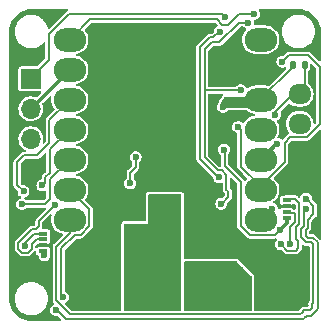
<source format=gtl>
G04 #@! TF.GenerationSoftware,KiCad,Pcbnew,7.0.7*
G04 #@! TF.CreationDate,2024-03-10T21:17:58-05:00*
G04 #@! TF.ProjectId,squirrelbrain,73717569-7272-4656-9c62-7261696e2e6b,1*
G04 #@! TF.SameCoordinates,Original*
G04 #@! TF.FileFunction,Copper,L1,Top*
G04 #@! TF.FilePolarity,Positive*
%FSLAX46Y46*%
G04 Gerber Fmt 4.6, Leading zero omitted, Abs format (unit mm)*
G04 Created by KiCad (PCBNEW 7.0.7) date 2024-03-10 21:17:58*
%MOMM*%
%LPD*%
G01*
G04 APERTURE LIST*
G04 Aperture macros list*
%AMRoundRect*
0 Rectangle with rounded corners*
0 $1 Rounding radius*
0 $2 $3 $4 $5 $6 $7 $8 $9 X,Y pos of 4 corners*
0 Add a 4 corners polygon primitive as box body*
4,1,4,$2,$3,$4,$5,$6,$7,$8,$9,$2,$3,0*
0 Add four circle primitives for the rounded corners*
1,1,$1+$1,$2,$3*
1,1,$1+$1,$4,$5*
1,1,$1+$1,$6,$7*
1,1,$1+$1,$8,$9*
0 Add four rect primitives between the rounded corners*
20,1,$1+$1,$2,$3,$4,$5,0*
20,1,$1+$1,$4,$5,$6,$7,0*
20,1,$1+$1,$6,$7,$8,$9,0*
20,1,$1+$1,$8,$9,$2,$3,0*%
G04 Aperture macros list end*
G04 #@! TA.AperFunction,SMDPad,CuDef*
%ADD10RoundRect,0.135000X0.135000X0.185000X-0.135000X0.185000X-0.135000X-0.185000X0.135000X-0.185000X0*%
G04 #@! TD*
G04 #@! TA.AperFunction,SMDPad,CuDef*
%ADD11R,0.800000X0.300000*%
G04 #@! TD*
G04 #@! TA.AperFunction,SMDPad,CuDef*
%ADD12R,0.800000X0.400000*%
G04 #@! TD*
G04 #@! TA.AperFunction,SMDPad,CuDef*
%ADD13RoundRect,1.000000X-0.375000X0.000000X0.375000X0.000000X0.375000X0.000000X-0.375000X0.000000X0*%
G04 #@! TD*
G04 #@! TA.AperFunction,ComponentPad*
%ADD14R,1.700000X1.700000*%
G04 #@! TD*
G04 #@! TA.AperFunction,ComponentPad*
%ADD15O,1.700000X1.700000*%
G04 #@! TD*
G04 #@! TA.AperFunction,ComponentPad*
%ADD16R,3.800000X3.800000*%
G04 #@! TD*
G04 #@! TA.AperFunction,ComponentPad*
%ADD17C,3.800000*%
G04 #@! TD*
G04 #@! TA.AperFunction,ComponentPad*
%ADD18RoundRect,0.250000X0.725000X-0.600000X0.725000X0.600000X-0.725000X0.600000X-0.725000X-0.600000X0*%
G04 #@! TD*
G04 #@! TA.AperFunction,ComponentPad*
%ADD19O,1.950000X1.700000*%
G04 #@! TD*
G04 #@! TA.AperFunction,ViaPad*
%ADD20C,0.600000*%
G04 #@! TD*
G04 #@! TA.AperFunction,Conductor*
%ADD21C,0.160000*%
G04 #@! TD*
G04 #@! TA.AperFunction,Conductor*
%ADD22C,0.200000*%
G04 #@! TD*
G04 #@! TA.AperFunction,Conductor*
%ADD23C,0.300000*%
G04 #@! TD*
G04 #@! TA.AperFunction,Conductor*
%ADD24C,0.500000*%
G04 #@! TD*
G04 APERTURE END LIST*
D10*
X61830000Y-41530001D03*
X60810000Y-41530001D03*
D11*
X39700000Y-57300001D03*
X39700000Y-56800001D03*
X39700000Y-56300001D03*
X39700000Y-55800001D03*
D12*
X37200000Y-54800001D03*
X37200000Y-58300001D03*
X62800000Y-52000001D03*
X62800000Y-55500001D03*
D11*
X60300000Y-54500001D03*
X60300000Y-54000001D03*
X60300000Y-53500001D03*
X60300000Y-53000001D03*
D13*
X41937500Y-39380000D03*
X41937500Y-41920000D03*
X41937500Y-44460000D03*
X41937500Y-47000000D03*
X41937500Y-49540000D03*
X41937500Y-52080000D03*
X41937500Y-54620000D03*
X58102500Y-54620000D03*
X58102500Y-52080000D03*
X58102500Y-49540000D03*
X58102500Y-47000000D03*
X58102500Y-44460000D03*
X58102500Y-41920000D03*
X58102500Y-39380000D03*
D14*
X38650000Y-42700000D03*
D15*
X38650000Y-45240000D03*
X38650000Y-47780000D03*
X38650000Y-50320000D03*
D16*
X60250000Y-60100001D03*
D17*
X55250000Y-60100001D03*
D18*
X61400000Y-49000000D03*
D19*
X61400000Y-46500000D03*
X61400000Y-44000000D03*
D16*
X44000000Y-60100001D03*
D17*
X49000000Y-60100001D03*
D20*
X60550000Y-57850001D03*
X54650000Y-57400001D03*
X41850000Y-57450001D03*
X40050000Y-58750001D03*
X41399500Y-61176089D03*
X40776089Y-62273911D03*
X39800000Y-57650001D03*
X40700000Y-53350001D03*
X38150000Y-56850001D03*
X59800000Y-56700001D03*
X55000000Y-48700001D03*
X59100000Y-53700001D03*
X60600000Y-56650001D03*
X38025000Y-52225000D03*
X39625000Y-51725000D03*
X37900000Y-53300001D03*
X61950000Y-52850001D03*
X61975000Y-53700001D03*
X59950000Y-41250001D03*
X56200000Y-46775000D03*
X47519254Y-49330746D03*
X59700000Y-55500001D03*
X55274999Y-44450001D03*
X54925000Y-45075001D03*
X47050000Y-51550000D03*
X61900000Y-57250001D03*
X37425000Y-46550000D03*
X46450000Y-45950000D03*
X40800000Y-56050001D03*
X60000000Y-47300001D03*
X52200000Y-51750001D03*
X59500000Y-40550001D03*
X55825000Y-40700001D03*
X53950000Y-40500001D03*
X54750000Y-52475001D03*
X50300000Y-50650001D03*
X53950000Y-41275000D03*
X39900000Y-55150000D03*
X57825000Y-42925000D03*
X44700000Y-38450001D03*
X45750000Y-43000000D03*
X56250000Y-56400001D03*
X51050000Y-48300000D03*
X59000000Y-56600001D03*
X53800000Y-38300001D03*
X60600000Y-52150001D03*
X48750000Y-46000000D03*
X60500000Y-50650001D03*
X43600000Y-56450001D03*
X50300000Y-40650001D03*
X56712500Y-45862501D03*
X51050000Y-46000000D03*
X54125000Y-48800001D03*
X51000000Y-38450001D03*
X50350000Y-43000000D03*
X44450000Y-50050000D03*
X62650000Y-51300001D03*
X45200000Y-54000000D03*
X45750000Y-40700000D03*
X55800000Y-49700000D03*
X56075000Y-45625001D03*
X48750000Y-48300000D03*
X44150000Y-45950000D03*
X40800000Y-37450001D03*
X48000000Y-38500000D03*
X51000000Y-55500000D03*
X49000000Y-53000000D03*
X50000000Y-53600000D03*
X51100000Y-58400001D03*
X46800000Y-58400001D03*
X49000000Y-55500000D03*
X51000000Y-53000000D03*
X50000000Y-54900000D03*
X46800000Y-61650001D03*
X51100000Y-61650001D03*
X57650000Y-38800000D03*
X59325000Y-45725000D03*
X59525000Y-48200000D03*
X57025000Y-46925001D03*
X54600000Y-51050000D03*
X54650000Y-38700001D03*
X56425000Y-43675001D03*
X54775000Y-53275001D03*
X57050000Y-37950001D03*
X55100000Y-37500001D03*
X57550000Y-37200001D03*
X52050000Y-58450001D03*
X53400000Y-58450001D03*
X52450000Y-61650001D03*
X52050000Y-60050001D03*
D21*
X40700000Y-53350001D02*
X39320000Y-54746638D01*
X39320000Y-54746638D02*
X39320000Y-55180001D01*
X38390244Y-57430001D02*
X38730000Y-57090245D01*
X39080000Y-55420001D02*
X38759756Y-55420001D01*
X38759756Y-55420001D02*
X37570000Y-56609757D01*
X37570000Y-56609757D02*
X37570000Y-57120001D01*
X38730000Y-57090245D02*
X38730000Y-56720001D01*
X37880000Y-57430001D02*
X38390244Y-57430001D01*
X39150000Y-56300001D02*
X39700000Y-56300001D01*
X38730000Y-56720001D02*
X39150000Y-56300001D01*
X37570000Y-57120001D02*
X37880000Y-57430001D01*
X39320000Y-55180001D02*
X39080000Y-55420001D01*
D22*
X41399500Y-61176089D02*
X41200000Y-60976589D01*
X41200000Y-60976589D02*
X41200000Y-57064216D01*
X42344216Y-55920000D02*
X42850978Y-55920000D01*
X43612500Y-55158478D02*
X43612500Y-53762501D01*
X41200000Y-57064216D02*
X42344216Y-55920000D01*
X43612500Y-53762501D02*
X42050000Y-52200001D01*
X42850978Y-55920000D02*
X43612500Y-55158478D01*
X41600000Y-63050001D02*
X40823910Y-62273911D01*
X40823910Y-62273911D02*
X40776089Y-62273911D01*
X39800000Y-57400001D02*
X39750000Y-57350001D01*
X39800000Y-57650001D02*
X39800000Y-57400001D01*
X37900000Y-53300001D02*
X39874999Y-53300001D01*
X39874999Y-53300001D02*
X40262500Y-52912500D01*
X40262500Y-52912500D02*
X40262500Y-51215000D01*
X40262500Y-51215000D02*
X41937500Y-49540000D01*
X39700000Y-55800001D02*
X38925000Y-55800001D01*
X38925000Y-55800001D02*
X38150000Y-56575001D01*
X38150000Y-56575001D02*
X38150000Y-56850001D01*
X40800000Y-56050001D02*
X40800000Y-55750001D01*
X40199999Y-55150000D02*
X39900000Y-55150000D01*
X40800000Y-55750001D02*
X40199999Y-55150000D01*
X55000000Y-48700001D02*
X55050000Y-48750001D01*
X56427500Y-55158478D02*
X57189022Y-55920000D01*
X56400000Y-54450001D02*
X56427500Y-54450001D01*
X55050000Y-48750001D02*
X55050000Y-50085785D01*
X55050000Y-50085785D02*
X56400000Y-51435785D01*
X57189022Y-55920000D02*
X59280001Y-55920000D01*
X56400000Y-51435785D02*
X56400000Y-54450001D01*
X56427500Y-54450001D02*
X56427500Y-55158478D01*
X59280001Y-55920000D02*
X59700000Y-55500001D01*
X61100000Y-57250001D02*
X60350000Y-57250001D01*
X60350000Y-57250001D02*
X59795279Y-56695280D01*
X61300000Y-57050001D02*
X61300000Y-56460051D01*
X61300000Y-57050001D02*
X61100000Y-57250001D01*
X59795279Y-56695280D02*
X59795279Y-56682067D01*
D21*
X60600000Y-56650001D02*
X60600000Y-55208113D01*
X60970000Y-54838113D02*
X60970000Y-54740002D01*
X60600000Y-55208113D02*
X60970000Y-54838113D01*
X60970000Y-54740002D02*
X60980000Y-54730001D01*
X60980000Y-54730001D02*
X60980000Y-54050001D01*
X60980000Y-54050001D02*
X60400000Y-54050001D01*
X60400000Y-54050001D02*
X60350000Y-54000001D01*
D22*
X61000000Y-52850001D02*
X60250000Y-52850001D01*
X61360000Y-53210001D02*
X61000000Y-52850001D01*
X61360000Y-54985515D02*
X61360000Y-53210001D01*
X61080000Y-55265515D02*
X61360000Y-54985515D01*
X61080000Y-56240051D02*
X61080000Y-55265515D01*
X61300000Y-56460051D02*
X61080000Y-56240051D01*
D21*
X62100000Y-56150001D02*
X62535930Y-56150001D01*
X62835338Y-62276064D02*
X62361401Y-62750001D01*
X61940005Y-55990006D02*
X62100000Y-56150001D01*
X62930005Y-56544076D02*
X62930005Y-62112097D01*
X61940005Y-55480312D02*
X61940005Y-55990006D01*
X62120000Y-55300317D02*
X61940005Y-55480312D01*
X62535930Y-56150001D02*
X62930005Y-56544076D01*
X62930005Y-62112097D02*
X62835338Y-62276064D01*
X62140000Y-54610001D02*
X62120000Y-54630001D01*
X62120000Y-54630001D02*
X62120000Y-55300317D01*
X62361401Y-62750001D02*
X62000000Y-62750001D01*
X62000000Y-62750001D02*
X61770000Y-62980001D01*
D22*
X61950000Y-52850001D02*
X62000000Y-52850001D01*
X62000000Y-52850001D02*
X62575000Y-53425001D01*
X62575000Y-53425001D02*
X62575000Y-54175001D01*
X62575000Y-54175001D02*
X62140000Y-54610001D01*
X62450000Y-61750001D02*
X62550000Y-61650001D01*
X61480000Y-56074365D02*
X61480000Y-55431201D01*
X62550000Y-61650001D02*
X62550000Y-56701472D01*
X62378529Y-56530001D02*
X61935636Y-56530001D01*
X62550000Y-56701472D02*
X62378529Y-56530001D01*
X61935636Y-56530001D02*
X61480000Y-56074365D01*
D21*
X61480000Y-55431201D02*
X61760000Y-55151200D01*
D22*
X61760000Y-53915001D02*
X61975000Y-53700001D01*
D21*
X61760000Y-55151200D02*
X61760000Y-53915001D01*
D22*
X59150000Y-53800001D02*
X59150000Y-53750001D01*
X59100000Y-53700001D02*
X59022499Y-53700001D01*
X59150000Y-53750001D02*
X59100000Y-53700001D01*
X59022499Y-53700001D02*
X58102500Y-54620000D01*
D21*
X60300000Y-53500001D02*
X59800000Y-53500001D01*
X59800000Y-53500001D02*
X59620000Y-53320001D01*
X59620000Y-53320001D02*
X59620000Y-52730001D01*
X59620000Y-52730001D02*
X60200000Y-52150001D01*
X60200000Y-52150001D02*
X60600000Y-52150001D01*
D23*
X60300000Y-54500001D02*
X60300000Y-54900001D01*
X60300000Y-54900001D02*
X59700000Y-55500001D01*
D22*
X61750000Y-41540001D02*
X61820000Y-41610001D01*
X61820000Y-41610001D02*
X61820000Y-43600001D01*
X61820000Y-43600001D02*
X61460000Y-43960001D01*
X59950000Y-41250001D02*
X60490000Y-40710001D01*
X60490000Y-40710001D02*
X62140000Y-40710001D01*
X60125000Y-48125001D02*
X60125000Y-49730978D01*
X63100000Y-41670001D02*
X63100000Y-46551346D01*
X60125000Y-49730978D02*
X58102500Y-51753478D01*
X62140000Y-40710001D02*
X63100000Y-41670001D01*
X60600001Y-47650000D02*
X60125000Y-48125001D01*
X63100000Y-46551346D02*
X62001346Y-47650000D01*
X62001346Y-47650000D02*
X60600001Y-47650000D01*
X58102500Y-51753478D02*
X58102500Y-52080000D01*
X60670000Y-41790001D02*
X60670000Y-41850001D01*
X58160000Y-44360001D02*
X58160000Y-44500001D01*
X60670000Y-41850001D02*
X58160000Y-44360001D01*
X37475000Y-51675000D02*
X37475000Y-49768654D01*
X39201814Y-49170000D02*
X40200000Y-48171814D01*
X40200000Y-46197500D02*
X41937500Y-44460000D01*
X38073654Y-49170000D02*
X39201814Y-49170000D01*
X40200000Y-48171814D02*
X40200000Y-46197500D01*
X37475000Y-49768654D02*
X38073654Y-49170000D01*
X38025000Y-52225000D02*
X37475000Y-51675000D01*
X39862500Y-51487500D02*
X39862500Y-51049314D01*
X39625000Y-51725000D02*
X39862500Y-51487500D01*
X40262500Y-48675000D02*
X41937500Y-47000000D01*
X39862500Y-51049314D02*
X40262500Y-50649314D01*
X40262500Y-50649314D02*
X40262500Y-48675000D01*
X61700000Y-63050001D02*
X41600000Y-63050001D01*
X61770000Y-62980001D02*
X61700000Y-63050001D01*
X41870001Y-52080000D02*
X41937500Y-52080000D01*
D21*
X62270000Y-62280001D02*
X62450000Y-62100001D01*
D22*
X40800000Y-61450000D02*
X42000001Y-62650001D01*
D21*
X61800000Y-62280001D02*
X62270000Y-62280001D01*
D22*
X61571175Y-62499996D02*
X61600005Y-62499996D01*
X40800000Y-56898530D02*
X40800000Y-61450000D01*
X61600005Y-62499996D02*
X61800000Y-62300001D01*
D21*
X62450000Y-62100001D02*
X62450000Y-61750001D01*
D22*
X42000001Y-62650001D02*
X61421170Y-62650001D01*
X41937500Y-55761030D02*
X40800000Y-56898530D01*
X41937500Y-54620000D02*
X41937500Y-55761030D01*
X61421170Y-62650001D02*
X61571175Y-62499996D01*
X58102500Y-54620000D02*
X58868714Y-54620000D01*
X58102500Y-52080000D02*
X58102500Y-51802501D01*
X56427500Y-50127501D02*
X56427500Y-47002500D01*
X56427500Y-47002500D02*
X56200000Y-46775000D01*
X58102500Y-51802501D02*
X56427500Y-50127501D01*
D24*
X55125001Y-44875000D02*
X57687500Y-44875000D01*
D22*
X47050000Y-50650000D02*
X47519254Y-50180746D01*
D24*
X57687500Y-44875000D02*
X58102500Y-44460000D01*
X58092501Y-44450001D02*
X58102500Y-44460000D01*
X55274999Y-44450001D02*
X58092501Y-44450001D01*
X55000000Y-44725000D02*
X55274999Y-44450001D01*
D22*
X47519254Y-50180746D02*
X47519254Y-49330746D01*
X47050000Y-51550000D02*
X47050000Y-50650000D01*
D24*
X54925000Y-45075001D02*
X55125001Y-44875000D01*
D23*
X58102500Y-42009962D02*
X58102500Y-41920000D01*
X57825000Y-42925000D02*
X58102500Y-42009962D01*
D22*
X60850001Y-44000000D02*
X61400000Y-44000000D01*
X59325000Y-45725000D02*
X59325000Y-45525001D01*
X59325000Y-45525001D02*
X60850001Y-44000000D01*
D23*
X59525000Y-48200000D02*
X59442500Y-48200000D01*
X59442500Y-48200000D02*
X58102500Y-49540000D01*
D22*
X52950000Y-49465686D02*
X54534314Y-51050000D01*
X54534314Y-51050000D02*
X54600000Y-51050000D01*
X53784314Y-39200001D02*
X52950000Y-40034315D01*
X54650000Y-38700001D02*
X54548529Y-38700001D01*
X54048529Y-39200001D02*
X53784314Y-39200001D01*
X52950000Y-40034315D02*
X52950000Y-49465686D01*
X54548529Y-38700001D02*
X54048529Y-39200001D01*
X55200000Y-50801471D02*
X54848529Y-50450000D01*
X53950000Y-39600001D02*
X53350000Y-40200001D01*
X54848529Y-50450000D02*
X54500000Y-50450000D01*
X54598529Y-39600001D02*
X53950000Y-39600001D01*
X55200000Y-52076472D02*
X55200000Y-50801471D01*
X53350000Y-40200001D02*
X53350000Y-43700001D01*
X53350000Y-49300000D02*
X53350000Y-43700001D01*
X54775000Y-53275001D02*
X54800000Y-53275001D01*
X54800000Y-53275001D02*
X55350000Y-52725001D01*
X55350000Y-52725001D02*
X55350000Y-52226472D01*
X55350000Y-52226472D02*
X55200000Y-52076472D01*
X53375000Y-43675001D02*
X53350000Y-43700001D01*
X57050000Y-37950001D02*
X56248529Y-37950001D01*
X56248529Y-37950001D02*
X54598529Y-39600001D01*
X56425000Y-43675001D02*
X53375000Y-43675001D01*
X54500000Y-50450000D02*
X53350000Y-49300000D01*
X41937500Y-41952500D02*
X41937500Y-41920000D01*
D23*
X41937500Y-41920000D02*
X40955000Y-41920000D01*
X38650000Y-45240000D02*
X41937500Y-41952500D01*
D22*
X40168399Y-41081601D02*
X38550000Y-42700000D01*
X41854021Y-37250001D02*
X40168399Y-38935623D01*
X55100000Y-37500001D02*
X54850000Y-37250001D01*
X40168399Y-38935623D02*
X40168399Y-41081601D01*
X54850000Y-37250001D02*
X41854021Y-37250001D01*
X56248529Y-37200001D02*
X55348529Y-38100001D01*
X57550000Y-37200001D02*
X56248529Y-37200001D01*
X54400000Y-37650001D02*
X43667499Y-37650001D01*
X54850000Y-38100001D02*
X54400000Y-37650001D01*
X42207500Y-39650000D02*
X41937500Y-39380000D01*
X43667499Y-37650001D02*
X41937500Y-39380000D01*
X55348529Y-38100001D02*
X54850000Y-38100001D01*
G04 #@! TA.AperFunction,Conductor*
G36*
X56118058Y-58168483D02*
G01*
X56123139Y-58173140D01*
X57326861Y-59376862D01*
X57349699Y-59425838D01*
X57350000Y-59432723D01*
X57350000Y-62270501D01*
X57331518Y-62321281D01*
X57284718Y-62348301D01*
X57271000Y-62349501D01*
X51679000Y-62349501D01*
X51628220Y-62331019D01*
X51601200Y-62284219D01*
X51600000Y-62270501D01*
X51600000Y-61694927D01*
X51600804Y-61683684D01*
X51605647Y-61650001D01*
X51600804Y-61616315D01*
X51600000Y-61605073D01*
X51600000Y-58444927D01*
X51600804Y-58433684D01*
X51605647Y-58400001D01*
X51600804Y-58366315D01*
X51600000Y-58355073D01*
X51600000Y-58229001D01*
X51618482Y-58178221D01*
X51665282Y-58151201D01*
X51679000Y-58150001D01*
X56067278Y-58150001D01*
X56118058Y-58168483D01*
G37*
G04 #@! TD.AperFunction*
G04 #@! TA.AperFunction,Conductor*
G36*
X51371780Y-52468482D02*
G01*
X51398800Y-52515282D01*
X51400000Y-52529000D01*
X51400000Y-58190896D01*
X51398800Y-58204614D01*
X51394500Y-58228997D01*
X51394500Y-58358740D01*
X51394762Y-58366072D01*
X51396090Y-58384640D01*
X51396834Y-58391577D01*
X51396833Y-58408448D01*
X51396089Y-58415362D01*
X51394762Y-58433928D01*
X51394500Y-58441260D01*
X51394500Y-61608740D01*
X51394762Y-61616072D01*
X51396090Y-61634640D01*
X51396834Y-61641577D01*
X51396833Y-61658448D01*
X51396089Y-61665362D01*
X51394762Y-61683928D01*
X51394500Y-61691260D01*
X51394500Y-62270501D01*
X51376018Y-62321281D01*
X51329218Y-62348301D01*
X51315500Y-62349501D01*
X46579000Y-62349501D01*
X46528220Y-62331019D01*
X46501200Y-62284219D01*
X46500000Y-62270501D01*
X46500000Y-55029000D01*
X46518482Y-54978220D01*
X46565282Y-54951200D01*
X46579000Y-54950000D01*
X48600000Y-54950000D01*
X48600000Y-52529000D01*
X48618482Y-52478220D01*
X48665282Y-52451200D01*
X48679000Y-52450000D01*
X51321000Y-52450000D01*
X51371780Y-52468482D01*
G37*
G04 #@! TD.AperFunction*
G04 #@! TA.AperFunction,Conductor*
G36*
X41804367Y-36818982D02*
G01*
X41831387Y-36865782D01*
X41822003Y-36919000D01*
X41785489Y-36951772D01*
X41784030Y-36952415D01*
X41784029Y-36952416D01*
X41776995Y-36955520D01*
X41772909Y-36957325D01*
X41755529Y-36962707D01*
X41743590Y-36964939D01*
X41743585Y-36964941D01*
X41715900Y-36982082D01*
X41711059Y-36984634D01*
X41681251Y-36997796D01*
X41672660Y-37006387D01*
X41658396Y-37017686D01*
X41648072Y-37024078D01*
X41648068Y-37024082D01*
X41628439Y-37050074D01*
X41624845Y-37054204D01*
X40201379Y-38477670D01*
X40152403Y-38500508D01*
X40100205Y-38486522D01*
X40069210Y-38442256D01*
X40068935Y-38441203D01*
X40065244Y-38426628D01*
X40015449Y-38229992D01*
X39922216Y-38017443D01*
X39795271Y-37823139D01*
X39695227Y-37714462D01*
X39638082Y-37652385D01*
X39638079Y-37652382D01*
X39638076Y-37652379D01*
X39454918Y-37509822D01*
X39437694Y-37500501D01*
X39250797Y-37399356D01*
X39031275Y-37323994D01*
X38965863Y-37313079D01*
X38802341Y-37285792D01*
X38570243Y-37285792D01*
X38427887Y-37309547D01*
X38341308Y-37323994D01*
X38121786Y-37399356D01*
X37917667Y-37509821D01*
X37917665Y-37509822D01*
X37734511Y-37652376D01*
X37734501Y-37652385D01*
X37577313Y-37823138D01*
X37577313Y-37823139D01*
X37450366Y-38017446D01*
X37450365Y-38017448D01*
X37357138Y-38229983D01*
X37357136Y-38229988D01*
X37357135Y-38229992D01*
X37307340Y-38426628D01*
X37300158Y-38454987D01*
X37285647Y-38630119D01*
X37280992Y-38686292D01*
X37300158Y-38917597D01*
X37357135Y-39142592D01*
X37357137Y-39142597D01*
X37357138Y-39142600D01*
X37425962Y-39299501D01*
X37450368Y-39355141D01*
X37577313Y-39549445D01*
X37734501Y-39720198D01*
X37734504Y-39720200D01*
X37734508Y-39720205D01*
X37917666Y-39862762D01*
X37991112Y-39902509D01*
X38121786Y-39973227D01*
X38121789Y-39973228D01*
X38341311Y-40048590D01*
X38570243Y-40086792D01*
X38570248Y-40086792D01*
X38802335Y-40086792D01*
X38802341Y-40086792D01*
X39031273Y-40048590D01*
X39250795Y-39973228D01*
X39454918Y-39862762D01*
X39638076Y-39720205D01*
X39730779Y-39619501D01*
X39778766Y-39594661D01*
X39831497Y-39606478D01*
X39864296Y-39649426D01*
X39867898Y-39673009D01*
X39867899Y-40924408D01*
X39849417Y-40975188D01*
X39844760Y-40980269D01*
X39198668Y-41626361D01*
X39149692Y-41649199D01*
X39142807Y-41649500D01*
X37780252Y-41649500D01*
X37721769Y-41661132D01*
X37655448Y-41705448D01*
X37611132Y-41771769D01*
X37599500Y-41830252D01*
X37599500Y-43569747D01*
X37611132Y-43628230D01*
X37611133Y-43628231D01*
X37655448Y-43694552D01*
X37721769Y-43738867D01*
X37721768Y-43738867D01*
X37780252Y-43750500D01*
X39453095Y-43750500D01*
X39503875Y-43768982D01*
X39530895Y-43815782D01*
X39521511Y-43869000D01*
X39508959Y-43885357D01*
X39326459Y-44067858D01*
X39144647Y-44249670D01*
X39095671Y-44272507D01*
X39058123Y-44264840D01*
X39057538Y-44266253D01*
X39053945Y-44264764D01*
X38855938Y-44204701D01*
X38855936Y-44204700D01*
X38855934Y-44204700D01*
X38650000Y-44184417D01*
X38649999Y-44184417D01*
X38616529Y-44187713D01*
X38444066Y-44204700D01*
X38444063Y-44204700D01*
X38444061Y-44204701D01*
X38246054Y-44264764D01*
X38246048Y-44264767D01*
X38246046Y-44264767D01*
X38246046Y-44264768D01*
X38222920Y-44277129D01*
X38063546Y-44362317D01*
X37903589Y-44493589D01*
X37772317Y-44653546D01*
X37674767Y-44836048D01*
X37674764Y-44836054D01*
X37614701Y-45034061D01*
X37614700Y-45034063D01*
X37614700Y-45034066D01*
X37594417Y-45240000D01*
X37614700Y-45445934D01*
X37614700Y-45445936D01*
X37614701Y-45445938D01*
X37674764Y-45643945D01*
X37674767Y-45643951D01*
X37674768Y-45643954D01*
X37769234Y-45820685D01*
X37772317Y-45826453D01*
X37903589Y-45986410D01*
X38050703Y-46107142D01*
X38063550Y-46117685D01*
X38246046Y-46215232D01*
X38246051Y-46215233D01*
X38246054Y-46215235D01*
X38353488Y-46247823D01*
X38444066Y-46275300D01*
X38650000Y-46295583D01*
X38855934Y-46275300D01*
X39022950Y-46224637D01*
X39053945Y-46215235D01*
X39053946Y-46215234D01*
X39053954Y-46215232D01*
X39236450Y-46117685D01*
X39396410Y-45986410D01*
X39527685Y-45826450D01*
X39625232Y-45643954D01*
X39631796Y-45622317D01*
X39658296Y-45534954D01*
X39685300Y-45445934D01*
X39705583Y-45240000D01*
X39685300Y-45034066D01*
X39637862Y-44877682D01*
X39625235Y-44836054D01*
X39623747Y-44832462D01*
X39625554Y-44831713D01*
X39618881Y-44784952D01*
X39640327Y-44745353D01*
X40257018Y-44128662D01*
X40305993Y-44105825D01*
X40358191Y-44119811D01*
X40389186Y-44164077D01*
X40389780Y-44202611D01*
X40368418Y-44293437D01*
X40362000Y-44385910D01*
X40362000Y-44534090D01*
X40368418Y-44626562D01*
X40368418Y-44626565D01*
X40368419Y-44626567D01*
X40419357Y-44843143D01*
X40509223Y-45046671D01*
X40509224Y-45046672D01*
X40509226Y-45046676D01*
X40634961Y-45230225D01*
X40637290Y-45233030D01*
X40635711Y-45234340D01*
X40655609Y-45277011D01*
X40641623Y-45329209D01*
X40632771Y-45339757D01*
X40031285Y-45941242D01*
X40021158Y-45948531D01*
X40021612Y-45949132D01*
X40015771Y-45953542D01*
X39983217Y-45989250D01*
X39981961Y-45990566D01*
X39967827Y-46004702D01*
X39967817Y-46004714D01*
X39965418Y-46008214D01*
X39962027Y-46012494D01*
X39940084Y-46036567D01*
X39940082Y-46036570D01*
X39935693Y-46047898D01*
X39927209Y-46063994D01*
X39920346Y-46074014D01*
X39920344Y-46074018D01*
X39912887Y-46105717D01*
X39911268Y-46110945D01*
X39899500Y-46141326D01*
X39899500Y-46153470D01*
X39897402Y-46171557D01*
X39894620Y-46183381D01*
X39897239Y-46202154D01*
X39899121Y-46215644D01*
X39899500Y-46221098D01*
X39899500Y-48014621D01*
X39881018Y-48065401D01*
X39876371Y-48070471D01*
X39831559Y-48115284D01*
X39788301Y-48158542D01*
X39739325Y-48181379D01*
X39687127Y-48167393D01*
X39656132Y-48123126D01*
X39656842Y-48079747D01*
X39659653Y-48070483D01*
X39685300Y-47985934D01*
X39705583Y-47780000D01*
X39685300Y-47574066D01*
X39639803Y-47424081D01*
X39625235Y-47376054D01*
X39625233Y-47376051D01*
X39625232Y-47376046D01*
X39527685Y-47193550D01*
X39497806Y-47157142D01*
X39396410Y-47033589D01*
X39236453Y-46902317D01*
X39236451Y-46902316D01*
X39236450Y-46902315D01*
X39053954Y-46804768D01*
X39053951Y-46804767D01*
X39053945Y-46804764D01*
X38855938Y-46744701D01*
X38855936Y-46744700D01*
X38855934Y-46744700D01*
X38650000Y-46724417D01*
X38649999Y-46724417D01*
X38616529Y-46727713D01*
X38444066Y-46744700D01*
X38444063Y-46744700D01*
X38444061Y-46744701D01*
X38246054Y-46804764D01*
X38246048Y-46804767D01*
X38063546Y-46902317D01*
X37903589Y-47033589D01*
X37772317Y-47193546D01*
X37728675Y-47275194D01*
X37680707Y-47364936D01*
X37674767Y-47376048D01*
X37674764Y-47376054D01*
X37614701Y-47574061D01*
X37614700Y-47574063D01*
X37614700Y-47574066D01*
X37594417Y-47780000D01*
X37614700Y-47985934D01*
X37614700Y-47985936D01*
X37614701Y-47985938D01*
X37674764Y-48183945D01*
X37674767Y-48183951D01*
X37674768Y-48183954D01*
X37769234Y-48360685D01*
X37772317Y-48366453D01*
X37903589Y-48526410D01*
X38063546Y-48657682D01*
X38063550Y-48657685D01*
X38181684Y-48720829D01*
X38217754Y-48761066D01*
X38219522Y-48815076D01*
X38186159Y-48857587D01*
X38144442Y-48869500D01*
X38135561Y-48869500D01*
X38123242Y-48867490D01*
X38123138Y-48868237D01*
X38115891Y-48867226D01*
X38115890Y-48867226D01*
X38104855Y-48867736D01*
X38067613Y-48869458D01*
X38065789Y-48869500D01*
X38045803Y-48869500D01*
X38041632Y-48870280D01*
X38036202Y-48870909D01*
X38003662Y-48872415D01*
X37992544Y-48877324D01*
X37975158Y-48882707D01*
X37963222Y-48884938D01*
X37935531Y-48902083D01*
X37930688Y-48904636D01*
X37900890Y-48917792D01*
X37900883Y-48917797D01*
X37892295Y-48926385D01*
X37878033Y-48937683D01*
X37867704Y-48944079D01*
X37867698Y-48944084D01*
X37848069Y-48970077D01*
X37844474Y-48974208D01*
X37306285Y-49512396D01*
X37296158Y-49519685D01*
X37296612Y-49520286D01*
X37290771Y-49524696D01*
X37258217Y-49560404D01*
X37256961Y-49561720D01*
X37242827Y-49575856D01*
X37242817Y-49575868D01*
X37240418Y-49579368D01*
X37237027Y-49583648D01*
X37215084Y-49607721D01*
X37215082Y-49607724D01*
X37210693Y-49619052D01*
X37202209Y-49635148D01*
X37195346Y-49645168D01*
X37195344Y-49645172D01*
X37187887Y-49676871D01*
X37186268Y-49682099D01*
X37174500Y-49712480D01*
X37174500Y-49724624D01*
X37172402Y-49742711D01*
X37169620Y-49754535D01*
X37171198Y-49765841D01*
X37174121Y-49786798D01*
X37174500Y-49792252D01*
X37174500Y-51613097D01*
X37172491Y-51625412D01*
X37173238Y-51625517D01*
X37172226Y-51632763D01*
X37174458Y-51681027D01*
X37174500Y-51682852D01*
X37174500Y-51702850D01*
X37175279Y-51707015D01*
X37175910Y-51712454D01*
X37177414Y-51744991D01*
X37182322Y-51756106D01*
X37187707Y-51773496D01*
X37189938Y-51785432D01*
X37207083Y-51813122D01*
X37209636Y-51817966D01*
X37222793Y-51847763D01*
X37222796Y-51847767D01*
X37231378Y-51856349D01*
X37242683Y-51870620D01*
X37249080Y-51880951D01*
X37275076Y-51900583D01*
X37279200Y-51904171D01*
X37395549Y-52020520D01*
X37501531Y-52126502D01*
X37524369Y-52175478D01*
X37523866Y-52193604D01*
X37519353Y-52224998D01*
X37519353Y-52224999D01*
X37539834Y-52367455D01*
X37599622Y-52498372D01*
X37675286Y-52585693D01*
X37693872Y-52607143D01*
X37777882Y-52661133D01*
X37795870Y-52672693D01*
X37828596Y-52715695D01*
X37826025Y-52769673D01*
X37789359Y-52809370D01*
X37775416Y-52814952D01*
X37689947Y-52840048D01*
X37689946Y-52840048D01*
X37568871Y-52917858D01*
X37474622Y-53026628D01*
X37414834Y-53157545D01*
X37394353Y-53300001D01*
X37414834Y-53442456D01*
X37474622Y-53573373D01*
X37547210Y-53657144D01*
X37568872Y-53682144D01*
X37689947Y-53759954D01*
X37828039Y-53800501D01*
X37971960Y-53800501D01*
X37971961Y-53800501D01*
X38110053Y-53759954D01*
X38231128Y-53682144D01*
X38278245Y-53627767D01*
X38325468Y-53601493D01*
X38337950Y-53600501D01*
X39813096Y-53600501D01*
X39825411Y-53602509D01*
X39825516Y-53601763D01*
X39832761Y-53602773D01*
X39832764Y-53602774D01*
X39864680Y-53601298D01*
X39916259Y-53617415D01*
X39945411Y-53662917D01*
X39938496Y-53716511D01*
X39924523Y-53735740D01*
X39162460Y-54506990D01*
X39153669Y-54514240D01*
X39153872Y-54514508D01*
X39148033Y-54518917D01*
X39116514Y-54553490D01*
X39109655Y-54560432D01*
X39102200Y-54567977D01*
X39102132Y-54568060D01*
X39095169Y-54576904D01*
X39077385Y-54596413D01*
X39077379Y-54596421D01*
X39073113Y-54607435D01*
X39064893Y-54623146D01*
X39058268Y-54632942D01*
X39058268Y-54632943D01*
X39052379Y-54658673D01*
X39049037Y-54669582D01*
X39039500Y-54694202D01*
X39039500Y-54706020D01*
X39037509Y-54723644D01*
X39034872Y-54735165D01*
X39038676Y-54761294D01*
X39039500Y-54772675D01*
X39039500Y-55031092D01*
X39021018Y-55081872D01*
X39016361Y-55086953D01*
X38986952Y-55116362D01*
X38937976Y-55139200D01*
X38931091Y-55139501D01*
X38818398Y-55139501D01*
X38806544Y-55137567D01*
X38806430Y-55138390D01*
X38799182Y-55137378D01*
X38754186Y-55139459D01*
X38752361Y-55139501D01*
X38733763Y-55139501D01*
X38733760Y-55139501D01*
X38733754Y-55139502D01*
X38730039Y-55140196D01*
X38724610Y-55140825D01*
X38694422Y-55142222D01*
X38684604Y-55146557D01*
X38667223Y-55151939D01*
X38656670Y-55153912D01*
X38630973Y-55169823D01*
X38626135Y-55172372D01*
X38598866Y-55184414D01*
X38598488Y-55184581D01*
X38590904Y-55192165D01*
X38576639Y-55203464D01*
X38567515Y-55209114D01*
X38567511Y-55209118D01*
X38549297Y-55233236D01*
X38545702Y-55237367D01*
X37413121Y-56369947D01*
X37403373Y-56376966D01*
X37403872Y-56377626D01*
X37398032Y-56382036D01*
X37367678Y-56415331D01*
X37366420Y-56416649D01*
X37353274Y-56429795D01*
X37351134Y-56432919D01*
X37347741Y-56437201D01*
X37327383Y-56459535D01*
X37327381Y-56459538D01*
X37323505Y-56469542D01*
X37315019Y-56485642D01*
X37308955Y-56494494D01*
X37308954Y-56494495D01*
X37302036Y-56523913D01*
X37300416Y-56529144D01*
X37289500Y-56557320D01*
X37289500Y-56568044D01*
X37287402Y-56586131D01*
X37284944Y-56596578D01*
X37287186Y-56612648D01*
X37289121Y-56626519D01*
X37289500Y-56631972D01*
X37289500Y-57061358D01*
X37287567Y-57073212D01*
X37288389Y-57073327D01*
X37287377Y-57080576D01*
X37289458Y-57125571D01*
X37289500Y-57127396D01*
X37289500Y-57146000D01*
X37290193Y-57149707D01*
X37290824Y-57155143D01*
X37292221Y-57185334D01*
X37296555Y-57195150D01*
X37301938Y-57212532D01*
X37303144Y-57218983D01*
X37303911Y-57223086D01*
X37311293Y-57235007D01*
X37316117Y-57242799D01*
X37319818Y-57248775D01*
X37322370Y-57253617D01*
X37334579Y-57281267D01*
X37342162Y-57288850D01*
X37353467Y-57303121D01*
X37359118Y-57312247D01*
X37383238Y-57330462D01*
X37387362Y-57334050D01*
X37520103Y-57466791D01*
X37640189Y-57586877D01*
X37647202Y-57596624D01*
X37647865Y-57596124D01*
X37652276Y-57601964D01*
X37652277Y-57601965D01*
X37652279Y-57601968D01*
X37676212Y-57623786D01*
X37685574Y-57632321D01*
X37686872Y-57633560D01*
X37694194Y-57640882D01*
X37700037Y-57646725D01*
X37703148Y-57648856D01*
X37707445Y-57652258D01*
X37729778Y-57672618D01*
X37739779Y-57676492D01*
X37755887Y-57684983D01*
X37760580Y-57688197D01*
X37764738Y-57691046D01*
X37786185Y-57696090D01*
X37794157Y-57697965D01*
X37799390Y-57699586D01*
X37809359Y-57703448D01*
X37827565Y-57710501D01*
X37838291Y-57710501D01*
X37856377Y-57712599D01*
X37860408Y-57713546D01*
X37866821Y-57715055D01*
X37866821Y-57715054D01*
X37866822Y-57715055D01*
X37871808Y-57714359D01*
X37896755Y-57710879D01*
X37902210Y-57710501D01*
X38331602Y-57710501D01*
X38343455Y-57712434D01*
X38343570Y-57711612D01*
X38350817Y-57712623D01*
X38350819Y-57712622D01*
X38350820Y-57712623D01*
X38375438Y-57711484D01*
X38395814Y-57710543D01*
X38397639Y-57710501D01*
X38416235Y-57710501D01*
X38416237Y-57710501D01*
X38419952Y-57709806D01*
X38425383Y-57709175D01*
X38455577Y-57707780D01*
X38465389Y-57703447D01*
X38482784Y-57698061D01*
X38484382Y-57697762D01*
X38493328Y-57696090D01*
X38519028Y-57680175D01*
X38523855Y-57677631D01*
X38551510Y-57665422D01*
X38559096Y-57657835D01*
X38573363Y-57646533D01*
X38582489Y-57640884D01*
X38600708Y-57616756D01*
X38604291Y-57612639D01*
X38886875Y-57330055D01*
X38896626Y-57323045D01*
X38896123Y-57322379D01*
X38901962Y-57317968D01*
X38901967Y-57317966D01*
X38932340Y-57284647D01*
X38933529Y-57283401D01*
X38946724Y-57270208D01*
X38948863Y-57267082D01*
X38952250Y-57262806D01*
X38962123Y-57251976D01*
X39009995Y-57226906D01*
X39062782Y-57238471D01*
X39095785Y-57281262D01*
X39099500Y-57305204D01*
X39099500Y-57469749D01*
X39101813Y-57481381D01*
X39111132Y-57528231D01*
X39118313Y-57538977D01*
X39155448Y-57594553D01*
X39221769Y-57638868D01*
X39221768Y-57638868D01*
X39240013Y-57642497D01*
X39286212Y-57670531D01*
X39302797Y-57708736D01*
X39314834Y-57792456D01*
X39374622Y-57923373D01*
X39419684Y-57975377D01*
X39468872Y-58032144D01*
X39589947Y-58109954D01*
X39728039Y-58150501D01*
X39871960Y-58150501D01*
X39871961Y-58150501D01*
X40010053Y-58109954D01*
X40131128Y-58032144D01*
X40225377Y-57923374D01*
X40285165Y-57792458D01*
X40305647Y-57650001D01*
X40290369Y-57543741D01*
X40291082Y-57517092D01*
X40300500Y-57469749D01*
X40300500Y-57130253D01*
X40288867Y-57071770D01*
X40244552Y-57005449D01*
X40178231Y-56961134D01*
X40178230Y-56961133D01*
X40178231Y-56961133D01*
X40119748Y-56949501D01*
X39280252Y-56949501D01*
X39221769Y-56961133D01*
X39155445Y-57005451D01*
X39155183Y-57005844D01*
X39154692Y-57006203D01*
X39149946Y-57010950D01*
X39149215Y-57010219D01*
X39111602Y-57037795D01*
X39057678Y-57034258D01*
X39018645Y-56996886D01*
X39010500Y-56961950D01*
X39010500Y-56868909D01*
X39028982Y-56818129D01*
X39033628Y-56813058D01*
X39180275Y-56666410D01*
X39229249Y-56643574D01*
X39251545Y-56644790D01*
X39280252Y-56650501D01*
X39280253Y-56650501D01*
X40119748Y-56650501D01*
X40178231Y-56638868D01*
X40244552Y-56594553D01*
X40288867Y-56528232D01*
X40300500Y-56469749D01*
X40300500Y-56130253D01*
X40288867Y-56071770D01*
X40288866Y-56071768D01*
X40287602Y-56065414D01*
X40287602Y-56034588D01*
X40288866Y-56028233D01*
X40288867Y-56028232D01*
X40300500Y-55969749D01*
X40300500Y-55630253D01*
X40288867Y-55571770D01*
X40244552Y-55505449D01*
X40178231Y-55461134D01*
X40178230Y-55461133D01*
X40178231Y-55461133D01*
X40119748Y-55449501D01*
X39630595Y-55449501D01*
X39579815Y-55431019D01*
X39552795Y-55384219D01*
X39561039Y-55337465D01*
X39559972Y-55337052D01*
X39562064Y-55331648D01*
X39562179Y-55331001D01*
X39562566Y-55330352D01*
X39562615Y-55330224D01*
X39562617Y-55330223D01*
X39566490Y-55320223D01*
X39574986Y-55304107D01*
X39576810Y-55301444D01*
X39581045Y-55295263D01*
X39587965Y-55265837D01*
X39589581Y-55260618D01*
X39600500Y-55232436D01*
X39600500Y-55221708D01*
X39602599Y-55203620D01*
X39605053Y-55193183D01*
X39605054Y-55193179D01*
X39601308Y-55166330D01*
X39600877Y-55163245D01*
X39600499Y-55157787D01*
X39600499Y-55028996D01*
X39600499Y-54894284D01*
X39618981Y-54843507D01*
X39623291Y-54838774D01*
X40284852Y-54169237D01*
X40333688Y-54146108D01*
X40385969Y-54159782D01*
X40417229Y-54203861D01*
X40417947Y-54242852D01*
X40368418Y-54453437D01*
X40362000Y-54545910D01*
X40362000Y-54694090D01*
X40368418Y-54786562D01*
X40368418Y-54786565D01*
X40368419Y-54786567D01*
X40419357Y-55003143D01*
X40509223Y-55206671D01*
X40509224Y-55206672D01*
X40509226Y-55206676D01*
X40634960Y-55390224D01*
X40792275Y-55547539D01*
X40792278Y-55547541D01*
X40792279Y-55547542D01*
X40975829Y-55673277D01*
X41179357Y-55763143D01*
X41309315Y-55793708D01*
X41354513Y-55823325D01*
X41370100Y-55875067D01*
X41348781Y-55924723D01*
X41347087Y-55926470D01*
X40631285Y-56642272D01*
X40621158Y-56649561D01*
X40621612Y-56650162D01*
X40615771Y-56654572D01*
X40583217Y-56690280D01*
X40581961Y-56691596D01*
X40567827Y-56705732D01*
X40567817Y-56705744D01*
X40565418Y-56709244D01*
X40562027Y-56713524D01*
X40540084Y-56737597D01*
X40540082Y-56737600D01*
X40535693Y-56748928D01*
X40527209Y-56765024D01*
X40520346Y-56775044D01*
X40520344Y-56775048D01*
X40512887Y-56806747D01*
X40511268Y-56811975D01*
X40499500Y-56842356D01*
X40499500Y-56854500D01*
X40497402Y-56872587D01*
X40494620Y-56884411D01*
X40496207Y-56895783D01*
X40499121Y-56916674D01*
X40499500Y-56922128D01*
X40499500Y-61388097D01*
X40497491Y-61400412D01*
X40498238Y-61400517D01*
X40497226Y-61407763D01*
X40499458Y-61456027D01*
X40499500Y-61457852D01*
X40499500Y-61477850D01*
X40500279Y-61482015D01*
X40500910Y-61487454D01*
X40502414Y-61519991D01*
X40507322Y-61531106D01*
X40512707Y-61548496D01*
X40514938Y-61560432D01*
X40532083Y-61588122D01*
X40534636Y-61592966D01*
X40547793Y-61622763D01*
X40547796Y-61622767D01*
X40556378Y-61631349D01*
X40567683Y-61645620D01*
X40574081Y-61655952D01*
X40597197Y-61673409D01*
X40626582Y-61718760D01*
X40619942Y-61772389D01*
X40580382Y-61809203D01*
X40571848Y-61812251D01*
X40566039Y-61813956D01*
X40566035Y-61813958D01*
X40444960Y-61891768D01*
X40350711Y-62000538D01*
X40290923Y-62131455D01*
X40270442Y-62273911D01*
X40290923Y-62416366D01*
X40350711Y-62547283D01*
X40350712Y-62547284D01*
X40444961Y-62656054D01*
X40566036Y-62733864D01*
X40704128Y-62774411D01*
X40848053Y-62774411D01*
X40853646Y-62773607D01*
X40854095Y-62776735D01*
X40896424Y-62779246D01*
X40920919Y-62795891D01*
X41189667Y-63064639D01*
X41212505Y-63113615D01*
X41198519Y-63165813D01*
X41154253Y-63196808D01*
X41133806Y-63199500D01*
X38687589Y-63199500D01*
X38685005Y-63199415D01*
X38442732Y-63183535D01*
X38437604Y-63182860D01*
X38200754Y-63135746D01*
X38195758Y-63134408D01*
X37967089Y-63056785D01*
X37962311Y-63054806D01*
X37745721Y-62947995D01*
X37741241Y-62945409D01*
X37540450Y-62811243D01*
X37536354Y-62808101D01*
X37354772Y-62648858D01*
X37351141Y-62645227D01*
X37191896Y-62463642D01*
X37188756Y-62459549D01*
X37147647Y-62398027D01*
X37054586Y-62258751D01*
X37052004Y-62254278D01*
X36945193Y-62037688D01*
X36943217Y-62032918D01*
X36865588Y-61804231D01*
X36864253Y-61799245D01*
X36848243Y-61718760D01*
X36817137Y-61562382D01*
X36816465Y-61557275D01*
X36805376Y-61388097D01*
X36800585Y-61314995D01*
X36800543Y-61313708D01*
X37280992Y-61313708D01*
X37300158Y-61545013D01*
X37357135Y-61770008D01*
X37357137Y-61770013D01*
X37357138Y-61770016D01*
X37431166Y-61938782D01*
X37450368Y-61982557D01*
X37577313Y-62176861D01*
X37734501Y-62347614D01*
X37734504Y-62347616D01*
X37734508Y-62347621D01*
X37917666Y-62490178D01*
X38012510Y-62541505D01*
X38121786Y-62600643D01*
X38121789Y-62600644D01*
X38341311Y-62676006D01*
X38570243Y-62714208D01*
X38570248Y-62714208D01*
X38802335Y-62714208D01*
X38802341Y-62714208D01*
X39031273Y-62676006D01*
X39250795Y-62600644D01*
X39454918Y-62490178D01*
X39638076Y-62347621D01*
X39795271Y-62176861D01*
X39922216Y-61982557D01*
X40015449Y-61770008D01*
X40072426Y-61545013D01*
X40091592Y-61313708D01*
X40072426Y-61082403D01*
X40015449Y-60857408D01*
X39922216Y-60644859D01*
X39795271Y-60450555D01*
X39638076Y-60279795D01*
X39454918Y-60137238D01*
X39440484Y-60129426D01*
X39250797Y-60026772D01*
X39031275Y-59951410D01*
X38965863Y-59940495D01*
X38802341Y-59913208D01*
X38570243Y-59913208D01*
X38427160Y-59937084D01*
X38341308Y-59951410D01*
X38121786Y-60026772D01*
X37917667Y-60137237D01*
X37917665Y-60137238D01*
X37734511Y-60279792D01*
X37734501Y-60279801D01*
X37577313Y-60450554D01*
X37577313Y-60450555D01*
X37450366Y-60644862D01*
X37450365Y-60644864D01*
X37357138Y-60857399D01*
X37357136Y-60857404D01*
X37357135Y-60857408D01*
X37300158Y-61082403D01*
X37284936Y-61266115D01*
X37280992Y-61313708D01*
X36800543Y-61313708D01*
X36800500Y-61312411D01*
X36800500Y-38687586D01*
X36800585Y-38685002D01*
X36810360Y-38535868D01*
X36816465Y-38442722D01*
X36817136Y-38437619D01*
X36863616Y-38203955D01*
X36864253Y-38200754D01*
X36865587Y-38195772D01*
X36943219Y-37967076D01*
X36945189Y-37962318D01*
X37052006Y-37745716D01*
X37054581Y-37741254D01*
X37188759Y-37540445D01*
X37191890Y-37536364D01*
X37351148Y-37354764D01*
X37354764Y-37351148D01*
X37536364Y-37191890D01*
X37540445Y-37188759D01*
X37741254Y-37054581D01*
X37745716Y-37052006D01*
X37962318Y-36945189D01*
X37967076Y-36943219D01*
X38195772Y-36865587D01*
X38200754Y-36864253D01*
X38210402Y-36862333D01*
X38437619Y-36817136D01*
X38442722Y-36816465D01*
X38569047Y-36808185D01*
X38685005Y-36800585D01*
X38687589Y-36800500D01*
X38733888Y-36800500D01*
X41753587Y-36800500D01*
X41804367Y-36818982D01*
G37*
G04 #@! TD.AperFunction*
G04 #@! TA.AperFunction,Conductor*
G36*
X54293587Y-37968983D02*
G01*
X54298668Y-37973640D01*
X54446801Y-38121773D01*
X54469639Y-38170749D01*
X54455653Y-38222947D01*
X54433651Y-38244093D01*
X54318871Y-38317858D01*
X54224622Y-38426628D01*
X54164835Y-38557542D01*
X54164834Y-38557546D01*
X54151586Y-38649687D01*
X54129252Y-38694305D01*
X53947197Y-38876362D01*
X53898221Y-38899200D01*
X53891335Y-38899501D01*
X53846217Y-38899501D01*
X53833901Y-38897492D01*
X53833797Y-38898239D01*
X53826550Y-38897227D01*
X53778285Y-38899459D01*
X53776460Y-38899501D01*
X53756464Y-38899501D01*
X53752301Y-38900280D01*
X53746862Y-38900911D01*
X53714324Y-38902415D01*
X53714321Y-38902416D01*
X53714322Y-38902416D01*
X53703201Y-38907325D01*
X53685817Y-38912708D01*
X53673885Y-38914938D01*
X53673876Y-38914942D01*
X53646187Y-38932084D01*
X53641347Y-38934635D01*
X53611548Y-38947794D01*
X53611544Y-38947797D01*
X53602955Y-38956386D01*
X53588693Y-38967684D01*
X53578364Y-38974080D01*
X53578358Y-38974085D01*
X53558729Y-39000078D01*
X53555134Y-39004209D01*
X52781285Y-39778057D01*
X52771158Y-39785346D01*
X52771612Y-39785947D01*
X52765771Y-39790357D01*
X52733217Y-39826065D01*
X52731961Y-39827381D01*
X52717827Y-39841517D01*
X52717817Y-39841529D01*
X52715418Y-39845029D01*
X52712027Y-39849309D01*
X52690084Y-39873382D01*
X52690082Y-39873385D01*
X52685693Y-39884713D01*
X52677209Y-39900809D01*
X52670346Y-39910829D01*
X52670344Y-39910833D01*
X52662887Y-39942532D01*
X52661268Y-39947760D01*
X52649500Y-39978141D01*
X52649500Y-39990285D01*
X52647402Y-40008372D01*
X52644620Y-40020196D01*
X52647239Y-40038969D01*
X52649121Y-40052459D01*
X52649500Y-40057913D01*
X52649500Y-49403783D01*
X52647491Y-49416098D01*
X52648238Y-49416203D01*
X52647226Y-49423449D01*
X52649458Y-49471713D01*
X52649500Y-49473538D01*
X52649500Y-49493536D01*
X52650279Y-49497701D01*
X52650910Y-49503140D01*
X52652414Y-49535677D01*
X52657322Y-49546792D01*
X52662707Y-49564182D01*
X52664938Y-49576118D01*
X52682083Y-49603808D01*
X52684636Y-49608652D01*
X52697793Y-49638449D01*
X52697796Y-49638453D01*
X52706378Y-49647035D01*
X52717683Y-49661306D01*
X52724080Y-49671637D01*
X52750076Y-49691269D01*
X52754200Y-49694857D01*
X53414077Y-50354734D01*
X54073242Y-51013899D01*
X54095577Y-51058517D01*
X54114834Y-51192455D01*
X54174622Y-51323372D01*
X54266019Y-51428850D01*
X54268872Y-51432143D01*
X54389947Y-51509953D01*
X54528039Y-51550500D01*
X54671960Y-51550500D01*
X54671961Y-51550500D01*
X54798244Y-51513420D01*
X54852173Y-51516847D01*
X54891283Y-51554139D01*
X54899500Y-51589220D01*
X54899500Y-52014569D01*
X54897491Y-52026884D01*
X54898238Y-52026989D01*
X54897226Y-52034235D01*
X54899458Y-52082499D01*
X54899500Y-52084324D01*
X54899500Y-52104322D01*
X54900279Y-52108487D01*
X54900910Y-52113926D01*
X54902414Y-52146463D01*
X54907322Y-52157578D01*
X54912707Y-52174968D01*
X54914938Y-52186904D01*
X54932083Y-52214594D01*
X54934634Y-52219435D01*
X54935080Y-52220443D01*
X54947793Y-52249235D01*
X54947796Y-52249239D01*
X54956378Y-52257821D01*
X54967683Y-52272092D01*
X54974080Y-52282423D01*
X55000076Y-52302055D01*
X55004200Y-52305643D01*
X55023548Y-52324991D01*
X55026360Y-52327803D01*
X55049198Y-52376779D01*
X55049499Y-52383664D01*
X55049499Y-52567807D01*
X55031017Y-52618587D01*
X55026360Y-52623668D01*
X54898666Y-52751362D01*
X54849692Y-52774200D01*
X54842806Y-52774501D01*
X54703039Y-52774501D01*
X54564947Y-52815048D01*
X54564946Y-52815048D01*
X54443871Y-52892858D01*
X54349622Y-53001628D01*
X54289834Y-53132545D01*
X54269353Y-53275001D01*
X54289834Y-53417456D01*
X54349622Y-53548373D01*
X54439475Y-53652069D01*
X54443872Y-53657144D01*
X54564947Y-53734954D01*
X54703039Y-53775501D01*
X54846960Y-53775501D01*
X54846961Y-53775501D01*
X54985053Y-53734954D01*
X55106128Y-53657144D01*
X55200377Y-53548374D01*
X55260165Y-53417458D01*
X55280647Y-53275001D01*
X55280373Y-53273098D01*
X55279276Y-53265467D01*
X55290341Y-53212573D01*
X55301606Y-53198364D01*
X55518711Y-52981259D01*
X55528842Y-52973974D01*
X55528386Y-52973370D01*
X55534224Y-52968960D01*
X55534228Y-52968959D01*
X55566799Y-52933229D01*
X55568009Y-52931961D01*
X55582174Y-52917798D01*
X55584577Y-52914289D01*
X55587962Y-52910014D01*
X55609916Y-52885934D01*
X55614304Y-52874605D01*
X55622793Y-52858499D01*
X55629656Y-52848482D01*
X55637111Y-52816781D01*
X55638731Y-52811550D01*
X55639576Y-52809370D01*
X55650500Y-52781174D01*
X55650500Y-52769028D01*
X55652598Y-52750941D01*
X55655379Y-52739120D01*
X55650878Y-52706857D01*
X55650500Y-52701402D01*
X55650500Y-52288377D01*
X55652509Y-52276063D01*
X55651762Y-52275959D01*
X55652773Y-52268710D01*
X55652569Y-52264305D01*
X55650753Y-52225000D01*
X55650542Y-52220443D01*
X55650500Y-52218618D01*
X55650500Y-52198632D01*
X55650500Y-52198628D01*
X55649719Y-52194455D01*
X55649088Y-52189017D01*
X55647585Y-52156480D01*
X55642678Y-52145367D01*
X55637292Y-52127974D01*
X55635061Y-52116040D01*
X55635061Y-52116039D01*
X55617912Y-52088343D01*
X55615363Y-52083505D01*
X55615319Y-52083406D01*
X55602206Y-52053707D01*
X55602204Y-52053704D01*
X55593619Y-52045119D01*
X55582312Y-52030845D01*
X55579859Y-52026884D01*
X55575919Y-52020520D01*
X55549918Y-52000885D01*
X55545801Y-51997302D01*
X55523637Y-51975138D01*
X55500800Y-51926166D01*
X55500500Y-51919301D01*
X55500500Y-51151977D01*
X55518983Y-51101197D01*
X55565782Y-51074177D01*
X55619000Y-51083561D01*
X55635361Y-51096116D01*
X56076361Y-51537116D01*
X56099199Y-51586092D01*
X56099500Y-51592977D01*
X56099500Y-54397063D01*
X56096484Y-54418684D01*
X56095599Y-54421793D01*
X56099331Y-54462072D01*
X56099500Y-54465718D01*
X56099500Y-54477845D01*
X56101727Y-54489760D01*
X56102230Y-54493371D01*
X56105965Y-54533661D01*
X56105965Y-54533662D01*
X56107407Y-54536557D01*
X56114343Y-54557249D01*
X56114938Y-54560432D01*
X56115167Y-54560802D01*
X56115403Y-54561632D01*
X56117582Y-54567255D01*
X56117060Y-54567457D01*
X56127000Y-54602390D01*
X56127000Y-55096575D01*
X56124991Y-55108890D01*
X56125738Y-55108995D01*
X56124726Y-55116241D01*
X56126958Y-55164505D01*
X56127000Y-55166330D01*
X56127000Y-55186328D01*
X56127779Y-55190493D01*
X56128410Y-55195932D01*
X56129914Y-55228469D01*
X56134822Y-55239584D01*
X56140207Y-55256974D01*
X56142438Y-55268910D01*
X56142439Y-55268911D01*
X56156715Y-55291969D01*
X56159583Y-55296600D01*
X56162136Y-55301444D01*
X56175293Y-55331241D01*
X56175296Y-55331245D01*
X56183878Y-55339827D01*
X56195183Y-55354098D01*
X56201580Y-55364429D01*
X56227576Y-55384061D01*
X56231700Y-55387649D01*
X56607192Y-55763141D01*
X56932762Y-56088711D01*
X56940053Y-56098842D01*
X56940655Y-56098389D01*
X56945064Y-56104228D01*
X56980782Y-56136790D01*
X56982080Y-56138029D01*
X56996225Y-56152174D01*
X56999726Y-56154572D01*
X57004013Y-56157968D01*
X57028089Y-56179916D01*
X57039415Y-56184304D01*
X57055524Y-56192794D01*
X57065542Y-56199657D01*
X57097253Y-56207115D01*
X57102460Y-56208727D01*
X57122836Y-56216621D01*
X57132848Y-56220500D01*
X57132849Y-56220500D01*
X57144992Y-56220500D01*
X57163079Y-56222598D01*
X57174903Y-56225379D01*
X57207165Y-56220878D01*
X57212621Y-56220500D01*
X59218098Y-56220500D01*
X59230413Y-56222508D01*
X59230518Y-56221762D01*
X59237764Y-56222773D01*
X59237765Y-56222772D01*
X59237766Y-56222773D01*
X59259636Y-56221762D01*
X59286030Y-56220542D01*
X59287855Y-56220500D01*
X59307839Y-56220500D01*
X59307845Y-56220500D01*
X59312017Y-56219719D01*
X59317453Y-56219088D01*
X59349993Y-56217585D01*
X59360849Y-56212790D01*
X59414767Y-56209186D01*
X59458388Y-56241083D01*
X59471302Y-56293556D01*
X59452465Y-56336792D01*
X59374622Y-56426628D01*
X59314834Y-56557545D01*
X59294353Y-56700000D01*
X59314834Y-56842456D01*
X59374622Y-56973373D01*
X59462028Y-57074245D01*
X59468872Y-57082144D01*
X59589947Y-57159954D01*
X59728039Y-57200501D01*
X59842807Y-57200501D01*
X59893587Y-57218983D01*
X59898668Y-57223640D01*
X60093740Y-57418712D01*
X60101031Y-57428843D01*
X60101633Y-57428390D01*
X60106042Y-57434229D01*
X60141760Y-57466791D01*
X60143058Y-57468030D01*
X60157203Y-57482175D01*
X60160704Y-57484573D01*
X60164990Y-57487968D01*
X60189067Y-57509917D01*
X60200392Y-57514304D01*
X60216498Y-57522793D01*
X60226519Y-57529658D01*
X60258229Y-57537116D01*
X60263451Y-57538733D01*
X60293827Y-57550501D01*
X60305970Y-57550501D01*
X60324057Y-57552599D01*
X60335881Y-57555380D01*
X60368143Y-57550879D01*
X60373599Y-57550501D01*
X61038097Y-57550501D01*
X61050412Y-57552509D01*
X61050517Y-57551763D01*
X61057763Y-57552774D01*
X61057764Y-57552773D01*
X61057765Y-57552774D01*
X61079635Y-57551763D01*
X61106029Y-57550543D01*
X61107854Y-57550501D01*
X61127838Y-57550501D01*
X61127844Y-57550501D01*
X61132016Y-57549720D01*
X61137452Y-57549089D01*
X61169992Y-57547586D01*
X61181104Y-57542678D01*
X61198492Y-57537293D01*
X61210433Y-57535062D01*
X61238129Y-57517913D01*
X61242956Y-57515368D01*
X61272765Y-57502207D01*
X61281353Y-57493617D01*
X61295622Y-57482315D01*
X61305952Y-57475920D01*
X61325585Y-57449919D01*
X61329162Y-57445808D01*
X61468711Y-57306259D01*
X61478842Y-57298974D01*
X61478386Y-57298370D01*
X61484224Y-57293960D01*
X61484228Y-57293959D01*
X61516799Y-57258229D01*
X61518009Y-57256961D01*
X61532174Y-57242798D01*
X61534577Y-57239289D01*
X61537962Y-57235014D01*
X61559916Y-57210934D01*
X61564304Y-57199605D01*
X61572795Y-57183497D01*
X61579657Y-57173481D01*
X61586122Y-57145994D01*
X61587115Y-57141773D01*
X61588732Y-57136549D01*
X61600500Y-57106174D01*
X61600500Y-57094028D01*
X61602598Y-57075941D01*
X61605379Y-57064120D01*
X61600878Y-57031855D01*
X61600500Y-57026402D01*
X61600500Y-56810559D01*
X61618982Y-56759779D01*
X61665782Y-56732759D01*
X61719000Y-56742143D01*
X61735359Y-56754696D01*
X61742839Y-56762176D01*
X61744591Y-56763376D01*
X61746341Y-56764575D01*
X61750632Y-56767973D01*
X61758393Y-56775048D01*
X61774700Y-56789915D01*
X61774701Y-56789915D01*
X61774703Y-56789917D01*
X61786026Y-56794303D01*
X61802133Y-56802792D01*
X61812156Y-56809658D01*
X61843867Y-56817116D01*
X61849074Y-56818728D01*
X61869450Y-56826622D01*
X61879462Y-56830501D01*
X61879463Y-56830501D01*
X61891606Y-56830501D01*
X61909693Y-56832599D01*
X61921517Y-56835380D01*
X61953779Y-56830879D01*
X61959235Y-56830501D01*
X62170500Y-56830501D01*
X62221280Y-56848983D01*
X62248300Y-56895783D01*
X62249500Y-56909501D01*
X62249499Y-61492808D01*
X62231016Y-61543588D01*
X62226368Y-61548660D01*
X62217825Y-61557204D01*
X62217826Y-61557204D01*
X62170343Y-61626521D01*
X62144621Y-61735877D01*
X62144620Y-61735884D01*
X62160142Y-61847150D01*
X62162469Y-61854092D01*
X62161680Y-61854356D01*
X62169499Y-61884466D01*
X62169500Y-61920499D01*
X62151019Y-61971280D01*
X62104220Y-61998300D01*
X62090500Y-61999501D01*
X61861904Y-61999501D01*
X61849588Y-61997492D01*
X61849484Y-61998239D01*
X61842237Y-61997227D01*
X61793972Y-61999459D01*
X61792147Y-61999501D01*
X61774007Y-61999501D01*
X61770439Y-62000167D01*
X61765006Y-62000797D01*
X61730009Y-62002415D01*
X61717535Y-62007923D01*
X61700153Y-62013306D01*
X61696918Y-62013910D01*
X61696914Y-62013912D01*
X61681706Y-62023328D01*
X61676864Y-62025880D01*
X61627236Y-62047793D01*
X61627235Y-62047794D01*
X61465523Y-62209505D01*
X61451249Y-62220811D01*
X61433052Y-62232078D01*
X61428210Y-62234630D01*
X61398407Y-62247791D01*
X61398405Y-62247792D01*
X61389816Y-62256381D01*
X61375554Y-62267679D01*
X61365225Y-62274075D01*
X61365219Y-62274081D01*
X61345593Y-62300068D01*
X61342000Y-62304197D01*
X61319840Y-62326360D01*
X61270865Y-62349200D01*
X61263976Y-62349501D01*
X57634500Y-62349501D01*
X57583720Y-62331019D01*
X57556700Y-62284219D01*
X57555500Y-62270501D01*
X57555500Y-59428233D01*
X57555003Y-59416862D01*
X57535945Y-59338990D01*
X57513107Y-59290014D01*
X57472171Y-59231552D01*
X57472166Y-59231547D01*
X57472164Y-59231544D01*
X56265287Y-58024668D01*
X56256912Y-58016991D01*
X56256910Y-58016989D01*
X56256909Y-58016989D01*
X56188342Y-57975376D01*
X56137562Y-57956894D01*
X56137561Y-57956894D01*
X56067281Y-57944501D01*
X56067278Y-57944501D01*
X51684500Y-57944501D01*
X51633720Y-57926019D01*
X51606700Y-57879219D01*
X51605500Y-57865501D01*
X51605500Y-52524516D01*
X51605109Y-52515558D01*
X51603605Y-52498372D01*
X51603518Y-52497374D01*
X51576768Y-52412532D01*
X51574114Y-52407936D01*
X51549751Y-52365737D01*
X51549747Y-52365731D01*
X51538545Y-52350942D01*
X51518890Y-52324993D01*
X51518889Y-52324992D01*
X51518888Y-52324991D01*
X51442064Y-52275374D01*
X51391286Y-52256893D01*
X51321003Y-52244500D01*
X51321000Y-52244500D01*
X48674517Y-52244500D01*
X48674516Y-52244500D01*
X48665558Y-52244891D01*
X48647372Y-52246482D01*
X48562533Y-52273231D01*
X48562526Y-52273234D01*
X48515737Y-52300248D01*
X48515731Y-52300252D01*
X48474991Y-52331111D01*
X48425374Y-52407935D01*
X48406893Y-52458713D01*
X48394500Y-52528996D01*
X48394500Y-54665500D01*
X48376018Y-54716280D01*
X48329218Y-54743300D01*
X48315500Y-54744500D01*
X46574516Y-54744500D01*
X46565558Y-54744891D01*
X46547372Y-54746482D01*
X46462533Y-54773231D01*
X46462526Y-54773234D01*
X46415737Y-54800248D01*
X46415731Y-54800252D01*
X46374991Y-54831111D01*
X46325374Y-54907935D01*
X46306893Y-54958713D01*
X46294500Y-55028996D01*
X46294500Y-58393333D01*
X46294353Y-58395390D01*
X46294353Y-58404623D01*
X46294500Y-58406677D01*
X46294500Y-61643333D01*
X46294353Y-61645390D01*
X46294353Y-61654623D01*
X46294500Y-61656677D01*
X46294500Y-62270501D01*
X46276018Y-62321281D01*
X46229218Y-62348301D01*
X46215500Y-62349501D01*
X42157194Y-62349501D01*
X42106414Y-62331019D01*
X42101333Y-62326362D01*
X41550226Y-61775255D01*
X41527388Y-61726279D01*
X41541374Y-61674081D01*
X41583831Y-61643594D01*
X41609553Y-61636042D01*
X41730628Y-61558232D01*
X41824877Y-61449462D01*
X41884665Y-61318546D01*
X41905147Y-61176089D01*
X41884665Y-61033632D01*
X41824877Y-60902716D01*
X41730628Y-60793946D01*
X41609553Y-60716136D01*
X41609554Y-60716136D01*
X41557242Y-60700776D01*
X41513727Y-60668735D01*
X41500500Y-60624976D01*
X41500500Y-57221409D01*
X41518982Y-57170629D01*
X41523639Y-57165548D01*
X42445548Y-56243639D01*
X42494524Y-56220801D01*
X42501409Y-56220500D01*
X42789075Y-56220500D01*
X42801390Y-56222508D01*
X42801495Y-56221762D01*
X42808741Y-56222773D01*
X42808742Y-56222772D01*
X42808743Y-56222773D01*
X42830613Y-56221762D01*
X42857007Y-56220542D01*
X42858832Y-56220500D01*
X42878816Y-56220500D01*
X42878822Y-56220500D01*
X42882994Y-56219719D01*
X42888430Y-56219088D01*
X42920970Y-56217585D01*
X42932082Y-56212677D01*
X42949470Y-56207292D01*
X42961411Y-56205061D01*
X42989107Y-56187912D01*
X42993934Y-56185367D01*
X43023743Y-56172206D01*
X43032331Y-56163616D01*
X43046600Y-56152314D01*
X43056930Y-56145919D01*
X43076563Y-56119918D01*
X43080140Y-56115807D01*
X43781211Y-55414736D01*
X43791342Y-55407451D01*
X43790886Y-55406847D01*
X43796724Y-55402437D01*
X43796728Y-55402436D01*
X43829299Y-55366706D01*
X43830509Y-55365438D01*
X43844674Y-55351275D01*
X43847077Y-55347766D01*
X43850462Y-55343491D01*
X43872416Y-55319411D01*
X43876804Y-55308082D01*
X43885295Y-55291974D01*
X43892157Y-55281958D01*
X43899615Y-55250250D01*
X43901232Y-55245026D01*
X43913000Y-55214651D01*
X43913000Y-55202504D01*
X43915098Y-55184418D01*
X43917879Y-55172597D01*
X43913378Y-55140332D01*
X43913000Y-55134879D01*
X43913000Y-53824407D01*
X43915009Y-53812093D01*
X43914262Y-53811989D01*
X43915273Y-53804740D01*
X43913042Y-53756473D01*
X43913000Y-53754648D01*
X43913000Y-53734661D01*
X43913000Y-53734657D01*
X43912219Y-53730484D01*
X43911588Y-53725046D01*
X43911242Y-53717558D01*
X43910085Y-53692510D01*
X43905178Y-53681397D01*
X43899792Y-53664003D01*
X43897561Y-53652069D01*
X43897561Y-53652068D01*
X43880411Y-53624370D01*
X43877862Y-53619533D01*
X43876927Y-53617415D01*
X43864706Y-53589736D01*
X43864702Y-53589732D01*
X43864701Y-53589730D01*
X43856119Y-53581148D01*
X43844812Y-53566874D01*
X43838419Y-53556549D01*
X43812425Y-53536919D01*
X43808300Y-53533330D01*
X43238477Y-52963507D01*
X43215639Y-52914531D01*
X43229625Y-52862333D01*
X43238479Y-52851783D01*
X43240042Y-52850221D01*
X43365777Y-52666671D01*
X43455643Y-52463143D01*
X43506581Y-52246567D01*
X43513000Y-52154092D01*
X43513000Y-52005908D01*
X43506581Y-51913433D01*
X43455643Y-51696857D01*
X43390800Y-51550000D01*
X46544353Y-51550000D01*
X46564834Y-51692455D01*
X46624622Y-51823372D01*
X46645759Y-51847765D01*
X46718872Y-51932143D01*
X46839947Y-52009953D01*
X46978039Y-52050500D01*
X47121960Y-52050500D01*
X47121961Y-52050500D01*
X47260053Y-52009953D01*
X47381128Y-51932143D01*
X47475377Y-51823373D01*
X47535165Y-51692457D01*
X47555647Y-51550000D01*
X47535165Y-51407543D01*
X47475377Y-51276627D01*
X47381128Y-51167857D01*
X47381127Y-51167856D01*
X47377765Y-51164943D01*
X47351491Y-51117721D01*
X47350500Y-51105251D01*
X47350500Y-50807191D01*
X47368983Y-50756411D01*
X47373628Y-50751341D01*
X47687965Y-50437004D01*
X47698096Y-50429719D01*
X47697640Y-50429115D01*
X47703478Y-50424705D01*
X47703482Y-50424704D01*
X47736053Y-50388974D01*
X47737263Y-50387706D01*
X47751428Y-50373543D01*
X47753831Y-50370034D01*
X47757216Y-50365759D01*
X47779170Y-50341679D01*
X47783558Y-50330350D01*
X47792047Y-50314244D01*
X47798910Y-50304227D01*
X47806365Y-50272526D01*
X47807985Y-50267295D01*
X47808633Y-50265623D01*
X47819754Y-50236919D01*
X47819754Y-50224773D01*
X47821852Y-50206686D01*
X47824633Y-50194865D01*
X47820132Y-50162600D01*
X47819754Y-50157147D01*
X47819754Y-49775506D01*
X47838236Y-49724726D01*
X47847021Y-49715801D01*
X47850377Y-49712891D01*
X47850382Y-49712889D01*
X47944631Y-49604119D01*
X48004419Y-49473203D01*
X48024901Y-49330746D01*
X48004419Y-49188289D01*
X47944631Y-49057373D01*
X47850382Y-48948603D01*
X47729307Y-48870793D01*
X47591215Y-48830246D01*
X47447293Y-48830246D01*
X47309201Y-48870793D01*
X47309200Y-48870793D01*
X47188125Y-48948603D01*
X47093876Y-49057373D01*
X47034088Y-49188290D01*
X47013607Y-49330746D01*
X47034088Y-49473201D01*
X47093876Y-49604118D01*
X47093877Y-49604119D01*
X47188126Y-49712889D01*
X47188131Y-49712892D01*
X47191486Y-49715800D01*
X47217760Y-49763021D01*
X47218753Y-49775505D01*
X47218753Y-50023552D01*
X47200271Y-50074332D01*
X47195614Y-50079413D01*
X46881285Y-50393742D01*
X46871158Y-50401031D01*
X46871612Y-50401632D01*
X46865771Y-50406042D01*
X46833217Y-50441750D01*
X46831961Y-50443066D01*
X46817827Y-50457202D01*
X46817817Y-50457214D01*
X46815418Y-50460714D01*
X46812027Y-50464994D01*
X46790084Y-50489067D01*
X46790082Y-50489070D01*
X46785693Y-50500398D01*
X46777209Y-50516494D01*
X46770346Y-50526514D01*
X46770344Y-50526518D01*
X46762887Y-50558217D01*
X46761268Y-50563445D01*
X46749500Y-50593826D01*
X46749500Y-50605970D01*
X46747402Y-50624057D01*
X46744620Y-50635881D01*
X46747239Y-50654654D01*
X46749121Y-50668144D01*
X46749500Y-50673598D01*
X46749500Y-51105239D01*
X46731018Y-51156019D01*
X46722238Y-51164940D01*
X46718872Y-51167856D01*
X46624622Y-51276627D01*
X46564834Y-51407544D01*
X46544353Y-51550000D01*
X43390800Y-51550000D01*
X43365777Y-51493329D01*
X43240042Y-51309779D01*
X43240041Y-51309778D01*
X43240039Y-51309775D01*
X43082724Y-51152460D01*
X42899176Y-51026726D01*
X42899172Y-51026724D01*
X42899173Y-51026724D01*
X42899171Y-51026723D01*
X42695643Y-50936857D01*
X42483242Y-50886901D01*
X42438044Y-50857284D01*
X42422457Y-50805541D01*
X42443776Y-50755885D01*
X42483242Y-50733098D01*
X42695643Y-50683143D01*
X42899171Y-50593277D01*
X43082721Y-50467542D01*
X43240042Y-50310221D01*
X43365777Y-50126671D01*
X43455643Y-49923143D01*
X43506581Y-49706567D01*
X43513000Y-49614092D01*
X43513000Y-49465908D01*
X43506581Y-49373433D01*
X43455643Y-49156857D01*
X43365777Y-48953329D01*
X43240042Y-48769779D01*
X43240041Y-48769778D01*
X43240039Y-48769775D01*
X43082724Y-48612460D01*
X42899176Y-48486726D01*
X42899172Y-48486724D01*
X42899173Y-48486724D01*
X42899171Y-48486723D01*
X42695643Y-48396857D01*
X42483242Y-48346901D01*
X42438044Y-48317284D01*
X42422457Y-48265541D01*
X42443776Y-48215885D01*
X42483242Y-48193098D01*
X42695643Y-48143143D01*
X42899171Y-48053277D01*
X43082721Y-47927542D01*
X43240042Y-47770221D01*
X43365777Y-47586671D01*
X43455643Y-47383143D01*
X43506581Y-47166567D01*
X43513000Y-47074092D01*
X43513000Y-46925908D01*
X43506581Y-46833433D01*
X43455643Y-46616857D01*
X43365777Y-46413329D01*
X43240042Y-46229779D01*
X43240041Y-46229778D01*
X43240039Y-46229775D01*
X43082724Y-46072460D01*
X42899176Y-45946726D01*
X42899172Y-45946724D01*
X42899173Y-45946724D01*
X42899171Y-45946723D01*
X42695643Y-45856857D01*
X42483242Y-45806901D01*
X42438044Y-45777284D01*
X42422457Y-45725541D01*
X42443776Y-45675885D01*
X42483242Y-45653098D01*
X42695643Y-45603143D01*
X42899171Y-45513277D01*
X43082721Y-45387542D01*
X43240042Y-45230221D01*
X43365777Y-45046671D01*
X43455643Y-44843143D01*
X43506581Y-44626567D01*
X43513000Y-44534092D01*
X43513000Y-44385908D01*
X43506581Y-44293433D01*
X43455643Y-44076857D01*
X43365777Y-43873329D01*
X43240042Y-43689779D01*
X43240041Y-43689778D01*
X43240039Y-43689775D01*
X43082724Y-43532460D01*
X42899176Y-43406726D01*
X42899172Y-43406724D01*
X42899173Y-43406724D01*
X42899171Y-43406723D01*
X42695643Y-43316857D01*
X42483242Y-43266901D01*
X42438044Y-43237284D01*
X42422457Y-43185541D01*
X42443776Y-43135885D01*
X42483242Y-43113098D01*
X42695643Y-43063143D01*
X42899171Y-42973277D01*
X43082721Y-42847542D01*
X43240042Y-42690221D01*
X43365777Y-42506671D01*
X43455643Y-42303143D01*
X43506581Y-42086567D01*
X43513000Y-41994092D01*
X43513000Y-41845908D01*
X43506581Y-41753433D01*
X43455643Y-41536857D01*
X43365777Y-41333329D01*
X43360454Y-41325559D01*
X43289668Y-41222224D01*
X43240042Y-41149779D01*
X43240040Y-41149777D01*
X43240039Y-41149775D01*
X43082724Y-40992460D01*
X42899176Y-40866726D01*
X42899172Y-40866724D01*
X42899173Y-40866724D01*
X42899171Y-40866723D01*
X42695643Y-40776857D01*
X42483242Y-40726901D01*
X42438044Y-40697284D01*
X42422457Y-40645541D01*
X42443776Y-40595885D01*
X42483242Y-40573098D01*
X42695643Y-40523143D01*
X42899171Y-40433277D01*
X43082721Y-40307542D01*
X43240042Y-40150221D01*
X43365777Y-39966671D01*
X43455643Y-39763143D01*
X43506581Y-39546567D01*
X43513000Y-39454092D01*
X43513000Y-39305908D01*
X43506581Y-39213433D01*
X43455643Y-38996857D01*
X43365777Y-38793329D01*
X43240042Y-38609779D01*
X43240040Y-38609777D01*
X43240038Y-38609774D01*
X43237710Y-38606970D01*
X43239288Y-38605659D01*
X43219390Y-38562988D01*
X43233376Y-38510790D01*
X43242222Y-38500248D01*
X43768831Y-37973640D01*
X43817807Y-37950802D01*
X43824692Y-37950501D01*
X54242807Y-37950501D01*
X54293587Y-37968983D01*
G37*
G04 #@! TD.AperFunction*
G04 #@! TA.AperFunction,Conductor*
G36*
X63165813Y-47002825D02*
G01*
X63196808Y-47047091D01*
X63199500Y-47067538D01*
X63199500Y-56226161D01*
X63181018Y-56276941D01*
X63134218Y-56303961D01*
X63081000Y-56294577D01*
X63064639Y-56282022D01*
X62775740Y-55993123D01*
X62768729Y-55983376D01*
X62768065Y-55983879D01*
X62763652Y-55978036D01*
X62763651Y-55978035D01*
X62763651Y-55978034D01*
X62730345Y-55947671D01*
X62729055Y-55946439D01*
X62715894Y-55933278D01*
X62715893Y-55933277D01*
X62715892Y-55933276D01*
X62712776Y-55931142D01*
X62708485Y-55927743D01*
X62705013Y-55924578D01*
X62686152Y-55907384D01*
X62686150Y-55907383D01*
X62676147Y-55903508D01*
X62660040Y-55895017D01*
X62651193Y-55888956D01*
X62651191Y-55888955D01*
X62621770Y-55882036D01*
X62616538Y-55880415D01*
X62588366Y-55869501D01*
X62588365Y-55869501D01*
X62577640Y-55869501D01*
X62559551Y-55867402D01*
X62549110Y-55864946D01*
X62549108Y-55864945D01*
X62531503Y-55867402D01*
X62519169Y-55869122D01*
X62513714Y-55869501D01*
X62299505Y-55869501D01*
X62248725Y-55851019D01*
X62221705Y-55804219D01*
X62220505Y-55790501D01*
X62220505Y-55629221D01*
X62238987Y-55578441D01*
X62243635Y-55573367D01*
X62276877Y-55540126D01*
X62286626Y-55533117D01*
X62286123Y-55532451D01*
X62291962Y-55528040D01*
X62291967Y-55528038D01*
X62322340Y-55494719D01*
X62323529Y-55493473D01*
X62336723Y-55480281D01*
X62338856Y-55477165D01*
X62342254Y-55472874D01*
X62362617Y-55450539D01*
X62366492Y-55440534D01*
X62374981Y-55424428D01*
X62381044Y-55415579D01*
X62387963Y-55386158D01*
X62389579Y-55380939D01*
X62400500Y-55352752D01*
X62400500Y-55342024D01*
X62402599Y-55323937D01*
X62405053Y-55313500D01*
X62405054Y-55313494D01*
X62403107Y-55299536D01*
X62400878Y-55283560D01*
X62400500Y-55278106D01*
X62400500Y-54807194D01*
X62418982Y-54756414D01*
X62423627Y-54751344D01*
X62743712Y-54431258D01*
X62753842Y-54423974D01*
X62753386Y-54423370D01*
X62759224Y-54418960D01*
X62759228Y-54418959D01*
X62791799Y-54383229D01*
X62793009Y-54381961D01*
X62807174Y-54367798D01*
X62809577Y-54364289D01*
X62812962Y-54360014D01*
X62834916Y-54335934D01*
X62839301Y-54324611D01*
X62847795Y-54308498D01*
X62854657Y-54298482D01*
X62862115Y-54266769D01*
X62863731Y-54261550D01*
X62875500Y-54231174D01*
X62875499Y-54219030D01*
X62877597Y-54200943D01*
X62880379Y-54189120D01*
X62875878Y-54156855D01*
X62875500Y-54151402D01*
X62875500Y-53486907D01*
X62877509Y-53474593D01*
X62876762Y-53474489D01*
X62877773Y-53467240D01*
X62875542Y-53418973D01*
X62875500Y-53417148D01*
X62875500Y-53397161D01*
X62875500Y-53397157D01*
X62874719Y-53392984D01*
X62874088Y-53387546D01*
X62872585Y-53355010D01*
X62867678Y-53343897D01*
X62862292Y-53326503D01*
X62860061Y-53314569D01*
X62860061Y-53314568D01*
X62842911Y-53286870D01*
X62840362Y-53282033D01*
X62837257Y-53275000D01*
X62827206Y-53252236D01*
X62827202Y-53252232D01*
X62827201Y-53252230D01*
X62818619Y-53243648D01*
X62807312Y-53229374D01*
X62800919Y-53219049D01*
X62774925Y-53199419D01*
X62770800Y-53195830D01*
X62478786Y-52903816D01*
X62455948Y-52854840D01*
X62455775Y-52850897D01*
X62455646Y-52850003D01*
X62455647Y-52850001D01*
X62435165Y-52707544D01*
X62375377Y-52576628D01*
X62281128Y-52467858D01*
X62160053Y-52390048D01*
X62021961Y-52349501D01*
X61878039Y-52349501D01*
X61739947Y-52390048D01*
X61739946Y-52390048D01*
X61618871Y-52467858D01*
X61524622Y-52576628D01*
X61464834Y-52707546D01*
X61464833Y-52707548D01*
X61464375Y-52710736D01*
X61463318Y-52712707D01*
X61463242Y-52712968D01*
X61463187Y-52712952D01*
X61438851Y-52758368D01*
X61388681Y-52778448D01*
X61337341Y-52761583D01*
X61330319Y-52755349D01*
X61256260Y-52681290D01*
X61248970Y-52671158D01*
X61248368Y-52671613D01*
X61243959Y-52665774D01*
X61238868Y-52661133D01*
X61208239Y-52633210D01*
X61206929Y-52631959D01*
X61192797Y-52617827D01*
X61189293Y-52615426D01*
X61185006Y-52612029D01*
X61160934Y-52590086D01*
X61160933Y-52590085D01*
X61160930Y-52590084D01*
X61160927Y-52590082D01*
X61149599Y-52585693D01*
X61133499Y-52577207D01*
X61123480Y-52570344D01*
X61091780Y-52562888D01*
X61086549Y-52561268D01*
X61056175Y-52549501D01*
X61056173Y-52549501D01*
X61044027Y-52549501D01*
X61025940Y-52547402D01*
X61021257Y-52546300D01*
X61014118Y-52544621D01*
X60992725Y-52547606D01*
X60981856Y-52549122D01*
X60976401Y-52549501D01*
X60222156Y-52549501D01*
X60206717Y-52552386D01*
X60139568Y-52564939D01*
X60044047Y-52624082D01*
X60038787Y-52628879D01*
X59988810Y-52649434D01*
X59985561Y-52649501D01*
X59880252Y-52649501D01*
X59821769Y-52661133D01*
X59755448Y-52705449D01*
X59711132Y-52771770D01*
X59702524Y-52815048D01*
X59699500Y-52830253D01*
X59699500Y-53169749D01*
X59701813Y-53181381D01*
X59711132Y-53228231D01*
X59711133Y-53228232D01*
X59755448Y-53294553D01*
X59821769Y-53338868D01*
X59821768Y-53338868D01*
X59880252Y-53350501D01*
X60719748Y-53350501D01*
X60778231Y-53338868D01*
X60844552Y-53294553D01*
X60861179Y-53269668D01*
X60904758Y-53237715D01*
X60958682Y-53241249D01*
X60982726Y-53257698D01*
X61036360Y-53311332D01*
X61059198Y-53360308D01*
X61059499Y-53367193D01*
X61059499Y-53688914D01*
X61041017Y-53739694D01*
X60994217Y-53766714D01*
X60987789Y-53767577D01*
X60968846Y-53769332D01*
X60965199Y-53769501D01*
X60929577Y-53769501D01*
X60878797Y-53751019D01*
X60863891Y-53734392D01*
X60844552Y-53705449D01*
X60778231Y-53661134D01*
X60778230Y-53661133D01*
X60778231Y-53661133D01*
X60719748Y-53649501D01*
X59880252Y-53649501D01*
X59821769Y-53661133D01*
X59755447Y-53705449D01*
X59747356Y-53717558D01*
X59703774Y-53749509D01*
X59649851Y-53745972D01*
X59610817Y-53708601D01*
X59603477Y-53684910D01*
X59585165Y-53557544D01*
X59525377Y-53426628D01*
X59431128Y-53317858D01*
X59310053Y-53240048D01*
X59310052Y-53240048D01*
X59188565Y-53204376D01*
X59145049Y-53172336D01*
X59132309Y-53119820D01*
X59156306Y-53071401D01*
X59166177Y-53063401D01*
X59247721Y-53007542D01*
X59405039Y-52850224D01*
X59405039Y-52850223D01*
X59405042Y-52850221D01*
X59530777Y-52666671D01*
X59620643Y-52463143D01*
X59671581Y-52246567D01*
X59678000Y-52154092D01*
X59678000Y-52005908D01*
X59671581Y-51913433D01*
X59620643Y-51696857D01*
X59530777Y-51493329D01*
X59405042Y-51309779D01*
X59405041Y-51309778D01*
X59405039Y-51309775D01*
X59245139Y-51149875D01*
X59246311Y-51148702D01*
X59221989Y-51107058D01*
X59231106Y-51053793D01*
X59243854Y-51037093D01*
X60293711Y-49987236D01*
X60303842Y-49979951D01*
X60303386Y-49979347D01*
X60309224Y-49974937D01*
X60309228Y-49974936D01*
X60341799Y-49939206D01*
X60343009Y-49937938D01*
X60357174Y-49923775D01*
X60359577Y-49920266D01*
X60362962Y-49915991D01*
X60384916Y-49891911D01*
X60389301Y-49880588D01*
X60397795Y-49864475D01*
X60404657Y-49854459D01*
X60412115Y-49822746D01*
X60413731Y-49817527D01*
X60425500Y-49787151D01*
X60425500Y-49775007D01*
X60427599Y-49756919D01*
X60430378Y-49745100D01*
X60430379Y-49745096D01*
X60426292Y-49715800D01*
X60425878Y-49712832D01*
X60425500Y-49707379D01*
X60425500Y-48282194D01*
X60443982Y-48231414D01*
X60448639Y-48226333D01*
X60701333Y-47973639D01*
X60750309Y-47950801D01*
X60757194Y-47950500D01*
X61939443Y-47950500D01*
X61951758Y-47952508D01*
X61951863Y-47951762D01*
X61959109Y-47952773D01*
X61959110Y-47952772D01*
X61959111Y-47952773D01*
X61980981Y-47951762D01*
X62007375Y-47950542D01*
X62009200Y-47950500D01*
X62029184Y-47950500D01*
X62029190Y-47950500D01*
X62033362Y-47949719D01*
X62038798Y-47949088D01*
X62071338Y-47947585D01*
X62082450Y-47942677D01*
X62099838Y-47937292D01*
X62111779Y-47935061D01*
X62139475Y-47917912D01*
X62144302Y-47915367D01*
X62174111Y-47902206D01*
X62182699Y-47893616D01*
X62196968Y-47882314D01*
X62207298Y-47875919D01*
X62226932Y-47849917D01*
X62230507Y-47845808D01*
X63064640Y-47011676D01*
X63113615Y-46988839D01*
X63165813Y-47002825D01*
G37*
G04 #@! TD.AperFunction*
G04 #@! TA.AperFunction,Conductor*
G36*
X39928313Y-48960793D02*
G01*
X39959308Y-49005059D01*
X39962000Y-49025506D01*
X39962000Y-50492120D01*
X39943518Y-50542900D01*
X39938871Y-50547970D01*
X39815986Y-50670856D01*
X39693785Y-50793057D01*
X39683659Y-50800346D01*
X39684112Y-50800946D01*
X39678271Y-50805356D01*
X39645717Y-50841064D01*
X39644461Y-50842380D01*
X39630327Y-50856516D01*
X39630317Y-50856528D01*
X39627918Y-50860028D01*
X39624527Y-50864308D01*
X39602584Y-50888381D01*
X39602582Y-50888384D01*
X39598193Y-50899712D01*
X39589709Y-50915808D01*
X39582846Y-50925828D01*
X39582844Y-50925832D01*
X39575387Y-50957531D01*
X39573768Y-50962759D01*
X39562000Y-50993140D01*
X39562000Y-51005284D01*
X39559902Y-51023371D01*
X39557120Y-51035195D01*
X39559186Y-51050000D01*
X39561621Y-51067458D01*
X39562000Y-51072912D01*
X39562000Y-51162730D01*
X39543518Y-51213510D01*
X39505257Y-51238529D01*
X39451099Y-51254432D01*
X39414947Y-51265047D01*
X39414946Y-51265047D01*
X39293871Y-51342857D01*
X39199622Y-51451627D01*
X39139834Y-51582544D01*
X39119353Y-51725000D01*
X39139834Y-51867455D01*
X39199622Y-51998372D01*
X39291428Y-52104322D01*
X39293872Y-52107143D01*
X39414947Y-52184953D01*
X39553039Y-52225500D01*
X39696960Y-52225500D01*
X39696961Y-52225500D01*
X39835053Y-52184953D01*
X39840288Y-52181588D01*
X39892996Y-52169681D01*
X39941030Y-52194440D01*
X39961910Y-52244282D01*
X39962000Y-52248046D01*
X39962000Y-52755307D01*
X39943518Y-52806087D01*
X39938861Y-52811168D01*
X39773667Y-52976362D01*
X39724691Y-52999200D01*
X39717806Y-52999501D01*
X38337950Y-52999501D01*
X38287170Y-52981019D01*
X38278246Y-52972235D01*
X38231128Y-52917858D01*
X38129129Y-52852307D01*
X38096403Y-52809304D01*
X38098974Y-52755326D01*
X38135640Y-52715630D01*
X38149577Y-52710050D01*
X38235053Y-52684953D01*
X38356128Y-52607143D01*
X38450377Y-52498373D01*
X38510165Y-52367457D01*
X38530647Y-52225000D01*
X38510165Y-52082543D01*
X38450377Y-51951627D01*
X38356128Y-51842857D01*
X38235053Y-51765047D01*
X38096961Y-51724500D01*
X37982194Y-51724500D01*
X37931414Y-51706018D01*
X37926333Y-51701361D01*
X37798639Y-51573667D01*
X37775801Y-51524691D01*
X37775500Y-51517806D01*
X37775500Y-49925848D01*
X37793982Y-49875068D01*
X37798639Y-49869986D01*
X38174988Y-49493638D01*
X38223964Y-49470801D01*
X38230849Y-49470500D01*
X39139911Y-49470500D01*
X39152226Y-49472508D01*
X39152331Y-49471762D01*
X39159577Y-49472773D01*
X39159578Y-49472772D01*
X39159579Y-49472773D01*
X39182509Y-49471713D01*
X39207843Y-49470542D01*
X39209668Y-49470500D01*
X39229652Y-49470500D01*
X39229658Y-49470500D01*
X39233830Y-49469719D01*
X39239266Y-49469088D01*
X39271806Y-49467585D01*
X39282918Y-49462677D01*
X39300306Y-49457292D01*
X39312247Y-49455061D01*
X39339943Y-49437912D01*
X39344770Y-49435367D01*
X39374579Y-49422206D01*
X39383167Y-49413616D01*
X39397436Y-49402314D01*
X39407766Y-49395919D01*
X39427399Y-49369918D01*
X39430976Y-49365807D01*
X39827140Y-48969643D01*
X39876115Y-48946807D01*
X39928313Y-48960793D01*
G37*
G04 #@! TD.AperFunction*
G04 #@! TA.AperFunction,Conductor*
G36*
X54901693Y-43993983D02*
G01*
X54928713Y-44040783D01*
X54919329Y-44094001D01*
X54910620Y-44106231D01*
X54898854Y-44119811D01*
X54849618Y-44176632D01*
X54803722Y-44277129D01*
X54787724Y-44300171D01*
X54657574Y-44430322D01*
X54597208Y-44512116D01*
X54552354Y-44640300D01*
X54549463Y-44717534D01*
X54530224Y-44766310D01*
X54499623Y-44801627D01*
X54439834Y-44932545D01*
X54419353Y-45075001D01*
X54439834Y-45217456D01*
X54499622Y-45348373D01*
X54584159Y-45445934D01*
X54593872Y-45457144D01*
X54714947Y-45534954D01*
X54853039Y-45575501D01*
X54996960Y-45575501D01*
X54996961Y-45575501D01*
X55135053Y-45534954D01*
X55256128Y-45457144D01*
X55316441Y-45387539D01*
X55346572Y-45352766D01*
X55393794Y-45326492D01*
X55406276Y-45325500D01*
X56862515Y-45325500D01*
X56913295Y-45343982D01*
X56918365Y-45348628D01*
X56957276Y-45387539D01*
X56957279Y-45387542D01*
X57069915Y-45464700D01*
X57140829Y-45513277D01*
X57344357Y-45603143D01*
X57556755Y-45653098D01*
X57601955Y-45682716D01*
X57617542Y-45734459D01*
X57596223Y-45784115D01*
X57556756Y-45806901D01*
X57344357Y-45856857D01*
X57153243Y-45941242D01*
X57140827Y-45946724D01*
X57140823Y-45946726D01*
X56957275Y-46072460D01*
X56799960Y-46229775D01*
X56676724Y-46409677D01*
X56632778Y-46441125D01*
X56578899Y-46436968D01*
X56551845Y-46416766D01*
X56531127Y-46392856D01*
X56410053Y-46315047D01*
X56271961Y-46274500D01*
X56128039Y-46274500D01*
X55989947Y-46315047D01*
X55989946Y-46315047D01*
X55868871Y-46392857D01*
X55774622Y-46501627D01*
X55714834Y-46632544D01*
X55694353Y-46775000D01*
X55714834Y-46917455D01*
X55774622Y-47048372D01*
X55774623Y-47048373D01*
X55868872Y-47157143D01*
X55989947Y-47234953D01*
X56070256Y-47258533D01*
X56113773Y-47290573D01*
X56127000Y-47334333D01*
X56127000Y-50065598D01*
X56124991Y-50077913D01*
X56125738Y-50078018D01*
X56124726Y-50085264D01*
X56126958Y-50133528D01*
X56127000Y-50135353D01*
X56127000Y-50155351D01*
X56127779Y-50159516D01*
X56128410Y-50164955D01*
X56129914Y-50197492D01*
X56134822Y-50208607D01*
X56140207Y-50225997D01*
X56142438Y-50237933D01*
X56159583Y-50265623D01*
X56162136Y-50270467D01*
X56175293Y-50300264D01*
X56175296Y-50300268D01*
X56183878Y-50308850D01*
X56195183Y-50323121D01*
X56201580Y-50333452D01*
X56227576Y-50353084D01*
X56231700Y-50356672D01*
X56592853Y-50717825D01*
X56936521Y-51061493D01*
X56959359Y-51110469D01*
X56945373Y-51162667D01*
X56936521Y-51173215D01*
X56799956Y-51309779D01*
X56798749Y-51311233D01*
X56798157Y-51311578D01*
X56797375Y-51312361D01*
X56797169Y-51312155D01*
X56752084Y-51338484D01*
X56698820Y-51329363D01*
X56670821Y-51302353D01*
X56670756Y-51302249D01*
X56667914Y-51297658D01*
X56665367Y-51292827D01*
X56652206Y-51263020D01*
X56652206Y-51263019D01*
X56643619Y-51254432D01*
X56632312Y-51240158D01*
X56625919Y-51229833D01*
X56599925Y-51210203D01*
X56595794Y-51206608D01*
X55373639Y-49984452D01*
X55350801Y-49935476D01*
X55350500Y-49928591D01*
X55350500Y-49089252D01*
X55368982Y-49038472D01*
X55369796Y-49037518D01*
X55425377Y-48973374D01*
X55485165Y-48842458D01*
X55505647Y-48700001D01*
X55485165Y-48557544D01*
X55425377Y-48426628D01*
X55331128Y-48317858D01*
X55210053Y-48240048D01*
X55071961Y-48199501D01*
X54928039Y-48199501D01*
X54789947Y-48240048D01*
X54789946Y-48240048D01*
X54668871Y-48317858D01*
X54574622Y-48426628D01*
X54514834Y-48557545D01*
X54498456Y-48671462D01*
X54494353Y-48700001D01*
X54497792Y-48723921D01*
X54514834Y-48842456D01*
X54574622Y-48973373D01*
X54574623Y-48973374D01*
X54668872Y-49082144D01*
X54713210Y-49110638D01*
X54745936Y-49153640D01*
X54749499Y-49177097D01*
X54749499Y-50023882D01*
X54747494Y-50036198D01*
X54748238Y-50036302D01*
X54747226Y-50043548D01*
X54748304Y-50066852D01*
X54732186Y-50118432D01*
X54686684Y-50147583D01*
X54669388Y-50149500D01*
X54657193Y-50149500D01*
X54606413Y-50131018D01*
X54601332Y-50126361D01*
X53673639Y-49198668D01*
X53650801Y-49149692D01*
X53650500Y-49142807D01*
X53650500Y-44054501D01*
X53668982Y-44003721D01*
X53715782Y-43976701D01*
X53729500Y-43975501D01*
X54850913Y-43975501D01*
X54901693Y-43993983D01*
G37*
G04 #@! TD.AperFunction*
G04 #@! TA.AperFunction,Conductor*
G36*
X62419000Y-41417778D02*
G01*
X62435361Y-41430333D01*
X62776361Y-41771333D01*
X62799199Y-41820309D01*
X62799500Y-41827194D01*
X62799500Y-46394150D01*
X62781018Y-46444930D01*
X62776361Y-46450011D01*
X62711763Y-46514609D01*
X62662787Y-46537447D01*
X62610589Y-46523461D01*
X62579594Y-46479195D01*
X62577283Y-46466498D01*
X62560300Y-46294066D01*
X62560299Y-46294063D01*
X62560299Y-46294061D01*
X62500235Y-46096054D01*
X62500233Y-46096051D01*
X62500232Y-46096046D01*
X62402685Y-45913550D01*
X62356161Y-45856860D01*
X62271410Y-45753589D01*
X62111453Y-45622317D01*
X62111451Y-45622316D01*
X62111450Y-45622315D01*
X61928954Y-45524768D01*
X61928951Y-45524767D01*
X61928945Y-45524764D01*
X61730938Y-45464701D01*
X61730936Y-45464700D01*
X61730934Y-45464700D01*
X61576608Y-45449500D01*
X61223392Y-45449500D01*
X61069066Y-45464700D01*
X61069063Y-45464700D01*
X61069061Y-45464701D01*
X60871054Y-45524764D01*
X60871048Y-45524767D01*
X60688546Y-45622317D01*
X60528589Y-45753589D01*
X60397317Y-45913546D01*
X60379583Y-45946724D01*
X60320938Y-46056441D01*
X60299767Y-46096048D01*
X60299764Y-46096054D01*
X60239701Y-46294061D01*
X60239700Y-46294063D01*
X60239700Y-46294066D01*
X60219417Y-46500000D01*
X60239700Y-46705934D01*
X60239700Y-46705936D01*
X60239701Y-46705938D01*
X60299764Y-46903945D01*
X60299767Y-46903951D01*
X60299768Y-46903954D01*
X60397315Y-47086450D01*
X60397317Y-47086453D01*
X60523752Y-47240515D01*
X60541679Y-47291494D01*
X60522644Y-47342070D01*
X60495782Y-47361073D01*
X60495791Y-47361087D01*
X60495574Y-47361220D01*
X60491231Y-47364294D01*
X60489573Y-47364936D01*
X60461878Y-47382083D01*
X60457035Y-47384636D01*
X60427237Y-47397792D01*
X60427230Y-47397797D01*
X60418642Y-47406385D01*
X60404380Y-47417683D01*
X60394051Y-47424079D01*
X60394045Y-47424084D01*
X60374416Y-47450077D01*
X60370821Y-47454208D01*
X59986247Y-47838781D01*
X59937271Y-47861619D01*
X59885073Y-47847633D01*
X59870683Y-47834655D01*
X59856128Y-47817857D01*
X59735053Y-47740047D01*
X59596960Y-47699499D01*
X59591369Y-47698696D01*
X59591797Y-47695714D01*
X59551418Y-47681018D01*
X59524398Y-47634218D01*
X59529929Y-47588590D01*
X59530776Y-47586672D01*
X59530777Y-47586671D01*
X59620643Y-47383143D01*
X59671581Y-47166567D01*
X59678000Y-47074092D01*
X59678000Y-46925908D01*
X59671581Y-46833433D01*
X59620643Y-46616857D01*
X59530777Y-46413329D01*
X59462751Y-46314024D01*
X59449302Y-46261688D01*
X59472642Y-46212948D01*
X59505670Y-46193580D01*
X59535053Y-46184953D01*
X59656128Y-46107143D01*
X59750377Y-45998373D01*
X59810165Y-45867457D01*
X59830647Y-45725000D01*
X59810165Y-45582543D01*
X59796037Y-45551609D01*
X59791755Y-45497742D01*
X59812036Y-45462934D01*
X60477945Y-44797025D01*
X60526920Y-44774188D01*
X60579118Y-44788174D01*
X60583913Y-44791812D01*
X60688550Y-44877685D01*
X60871046Y-44975232D01*
X60871051Y-44975233D01*
X60871054Y-44975235D01*
X60978488Y-45007823D01*
X61069066Y-45035300D01*
X61223392Y-45050500D01*
X61223394Y-45050500D01*
X61576606Y-45050500D01*
X61576608Y-45050500D01*
X61730934Y-45035300D01*
X61878360Y-44990579D01*
X61928945Y-44975235D01*
X61928946Y-44975234D01*
X61928954Y-44975232D01*
X62111450Y-44877685D01*
X62271410Y-44746410D01*
X62402685Y-44586450D01*
X62500232Y-44403954D01*
X62560300Y-44205934D01*
X62580583Y-44000000D01*
X62560300Y-43794066D01*
X62509995Y-43628230D01*
X62500235Y-43596054D01*
X62500233Y-43596051D01*
X62500232Y-43596046D01*
X62402685Y-43413550D01*
X62397082Y-43406723D01*
X62271410Y-43253590D01*
X62149382Y-43153445D01*
X62121854Y-43106943D01*
X62120499Y-43092377D01*
X62120499Y-42677132D01*
X62120499Y-42062999D01*
X62138981Y-42012222D01*
X62155704Y-41999405D01*
X62154742Y-41998031D01*
X62160405Y-41994065D01*
X62244062Y-41910408D01*
X62244065Y-41910405D01*
X62294068Y-41803174D01*
X62300500Y-41754317D01*
X62300500Y-41486194D01*
X62318982Y-41435414D01*
X62365782Y-41408394D01*
X62419000Y-41417778D01*
G37*
G04 #@! TD.AperFunction*
G04 #@! TA.AperFunction,Conductor*
G36*
X61314995Y-36800585D02*
G01*
X61437633Y-36808622D01*
X61557275Y-36816465D01*
X61562382Y-36817137D01*
X61746086Y-36853678D01*
X61799245Y-36864253D01*
X61804231Y-36865588D01*
X62032918Y-36943217D01*
X62037686Y-36945192D01*
X62112491Y-36982082D01*
X62254278Y-37052004D01*
X62258751Y-37054586D01*
X62263180Y-37057545D01*
X62459549Y-37188756D01*
X62463642Y-37191896D01*
X62645227Y-37351141D01*
X62648858Y-37354772D01*
X62808101Y-37536354D01*
X62811243Y-37540450D01*
X62886031Y-37652376D01*
X62927515Y-37714462D01*
X62945409Y-37741241D01*
X62947995Y-37745721D01*
X63054806Y-37962311D01*
X63056785Y-37967089D01*
X63134408Y-38195758D01*
X63135746Y-38200754D01*
X63182860Y-38437604D01*
X63183535Y-38442732D01*
X63199415Y-38685002D01*
X63199500Y-38687586D01*
X63199500Y-41153808D01*
X63181018Y-41204588D01*
X63134218Y-41231608D01*
X63081000Y-41222224D01*
X63064639Y-41209669D01*
X62396260Y-40541290D01*
X62388970Y-40531158D01*
X62388368Y-40531613D01*
X62383959Y-40525774D01*
X62381071Y-40523141D01*
X62348239Y-40493210D01*
X62346929Y-40491959D01*
X62332797Y-40477827D01*
X62329293Y-40475426D01*
X62325006Y-40472029D01*
X62300934Y-40450086D01*
X62300933Y-40450085D01*
X62300930Y-40450084D01*
X62300927Y-40450082D01*
X62289599Y-40445693D01*
X62273499Y-40437207D01*
X62263480Y-40430344D01*
X62231780Y-40422888D01*
X62226549Y-40421268D01*
X62196175Y-40409501D01*
X62196173Y-40409501D01*
X62184027Y-40409501D01*
X62165940Y-40407402D01*
X62161257Y-40406300D01*
X62154118Y-40404621D01*
X62133545Y-40407492D01*
X62121856Y-40409122D01*
X62116401Y-40409501D01*
X60551903Y-40409501D01*
X60539587Y-40407492D01*
X60539483Y-40408239D01*
X60532236Y-40407227D01*
X60483971Y-40409459D01*
X60482146Y-40409501D01*
X60462150Y-40409501D01*
X60457987Y-40410280D01*
X60452548Y-40410911D01*
X60420008Y-40412415D01*
X60408890Y-40417324D01*
X60391508Y-40422707D01*
X60379569Y-40424939D01*
X60379564Y-40424941D01*
X60351879Y-40442082D01*
X60347038Y-40444634D01*
X60317230Y-40457796D01*
X60308639Y-40466387D01*
X60294375Y-40477686D01*
X60284051Y-40484078D01*
X60284047Y-40484082D01*
X60264418Y-40510074D01*
X60260824Y-40514204D01*
X60048665Y-40726362D01*
X59999690Y-40749200D01*
X59992805Y-40749501D01*
X59878039Y-40749501D01*
X59739947Y-40790048D01*
X59739946Y-40790048D01*
X59618871Y-40867858D01*
X59524622Y-40976628D01*
X59464834Y-41107545D01*
X59444353Y-41250001D01*
X59464834Y-41392456D01*
X59524622Y-41523373D01*
X59536303Y-41536853D01*
X59618872Y-41632144D01*
X59739947Y-41709954D01*
X59878039Y-41750501D01*
X60021960Y-41750501D01*
X60021961Y-41750501D01*
X60160053Y-41709954D01*
X60171610Y-41702526D01*
X60224320Y-41690619D01*
X60272353Y-41715379D01*
X60293232Y-41765222D01*
X60277189Y-41816825D01*
X60270183Y-41824845D01*
X58824990Y-43270038D01*
X58776014Y-43292876D01*
X58751043Y-43291079D01*
X58734890Y-43287280D01*
X58644067Y-43265919D01*
X58644063Y-43265918D01*
X58644059Y-43265918D01*
X58573589Y-43261026D01*
X58551592Y-43259500D01*
X57653408Y-43259500D01*
X57638502Y-43260534D01*
X57560937Y-43265918D01*
X57543420Y-43270038D01*
X57344357Y-43316857D01*
X57146435Y-43404248D01*
X57140827Y-43406724D01*
X57140823Y-43406726D01*
X56998850Y-43503980D01*
X56946511Y-43517430D01*
X56897772Y-43494090D01*
X56882343Y-43471623D01*
X56850377Y-43401628D01*
X56756128Y-43292858D01*
X56635053Y-43215048D01*
X56496961Y-43174501D01*
X56353039Y-43174501D01*
X56214947Y-43215048D01*
X56214946Y-43215048D01*
X56093871Y-43292858D01*
X56046754Y-43347235D01*
X55999532Y-43373509D01*
X55987050Y-43374501D01*
X53729500Y-43374501D01*
X53678720Y-43356019D01*
X53651700Y-43309219D01*
X53650500Y-43295501D01*
X53650500Y-40357194D01*
X53668982Y-40306414D01*
X53673639Y-40301333D01*
X54051332Y-39923640D01*
X54100308Y-39900802D01*
X54107193Y-39900501D01*
X54536626Y-39900501D01*
X54548941Y-39902509D01*
X54549046Y-39901763D01*
X54556292Y-39902774D01*
X54556293Y-39902773D01*
X54556294Y-39902774D01*
X54578164Y-39901763D01*
X54604558Y-39900543D01*
X54606383Y-39900501D01*
X54626367Y-39900501D01*
X54626373Y-39900501D01*
X54630545Y-39899720D01*
X54635981Y-39899089D01*
X54668521Y-39897586D01*
X54679633Y-39892678D01*
X54697021Y-39887293D01*
X54708962Y-39885062D01*
X54736658Y-39867913D01*
X54741485Y-39865368D01*
X54771294Y-39852207D01*
X54779882Y-39843617D01*
X54794151Y-39832315D01*
X54804481Y-39825920D01*
X54824114Y-39799919D01*
X54827691Y-39795808D01*
X56349860Y-38273640D01*
X56398837Y-38250802D01*
X56405722Y-38250501D01*
X56612050Y-38250501D01*
X56662830Y-38268983D01*
X56671754Y-38277767D01*
X56714175Y-38326724D01*
X56718872Y-38332144D01*
X56839947Y-38409954D01*
X56839950Y-38409954D01*
X56845085Y-38412300D01*
X56843958Y-38414766D01*
X56879262Y-38440756D01*
X56892006Y-38493271D01*
X56869354Y-38540382D01*
X56799958Y-38609778D01*
X56674226Y-38793323D01*
X56674224Y-38793327D01*
X56674223Y-38793329D01*
X56584357Y-38996857D01*
X56550081Y-39142592D01*
X56533418Y-39213437D01*
X56527000Y-39305910D01*
X56527000Y-39454090D01*
X56533418Y-39546562D01*
X56533418Y-39546565D01*
X56533419Y-39546567D01*
X56584357Y-39763143D01*
X56674223Y-39966671D01*
X56674224Y-39966672D01*
X56674226Y-39966676D01*
X56799960Y-40150224D01*
X56957275Y-40307539D01*
X57128658Y-40424940D01*
X57140829Y-40433277D01*
X57344357Y-40523143D01*
X57560933Y-40574081D01*
X57653408Y-40580500D01*
X57653410Y-40580500D01*
X58551590Y-40580500D01*
X58551592Y-40580500D01*
X58644067Y-40574081D01*
X58860643Y-40523143D01*
X59064171Y-40433277D01*
X59247721Y-40307542D01*
X59405042Y-40150221D01*
X59530777Y-39966671D01*
X59620643Y-39763143D01*
X59671581Y-39546567D01*
X59678000Y-39454092D01*
X59678000Y-39305908D01*
X59671581Y-39213433D01*
X59620643Y-38996857D01*
X59530777Y-38793329D01*
X59457455Y-38686292D01*
X59908408Y-38686292D01*
X59927574Y-38917597D01*
X59984551Y-39142592D01*
X59984553Y-39142597D01*
X59984554Y-39142600D01*
X60053378Y-39299501D01*
X60077784Y-39355141D01*
X60204729Y-39549445D01*
X60361917Y-39720198D01*
X60361920Y-39720200D01*
X60361924Y-39720205D01*
X60545082Y-39862762D01*
X60618528Y-39902509D01*
X60749202Y-39973227D01*
X60749205Y-39973228D01*
X60968727Y-40048590D01*
X61197659Y-40086792D01*
X61197664Y-40086792D01*
X61429751Y-40086792D01*
X61429757Y-40086792D01*
X61658689Y-40048590D01*
X61878211Y-39973228D01*
X62082334Y-39862762D01*
X62265492Y-39720205D01*
X62422687Y-39549445D01*
X62549632Y-39355141D01*
X62642865Y-39142592D01*
X62699842Y-38917597D01*
X62719008Y-38686292D01*
X62699842Y-38454987D01*
X62642865Y-38229992D01*
X62549632Y-38017443D01*
X62422687Y-37823139D01*
X62322643Y-37714462D01*
X62265498Y-37652385D01*
X62265495Y-37652382D01*
X62265492Y-37652379D01*
X62082334Y-37509822D01*
X62065110Y-37500501D01*
X61878213Y-37399356D01*
X61658691Y-37323994D01*
X61593279Y-37313079D01*
X61429757Y-37285792D01*
X61197659Y-37285792D01*
X61055303Y-37309547D01*
X60968724Y-37323994D01*
X60749202Y-37399356D01*
X60545083Y-37509821D01*
X60545081Y-37509822D01*
X60361927Y-37652376D01*
X60361917Y-37652385D01*
X60204729Y-37823138D01*
X60204729Y-37823139D01*
X60077782Y-38017446D01*
X60077781Y-38017448D01*
X59984554Y-38229983D01*
X59984552Y-38229988D01*
X59984551Y-38229992D01*
X59934756Y-38426628D01*
X59927574Y-38454987D01*
X59913063Y-38630119D01*
X59908408Y-38686292D01*
X59457455Y-38686292D01*
X59405042Y-38609779D01*
X59405041Y-38609778D01*
X59405039Y-38609775D01*
X59247724Y-38452460D01*
X59064176Y-38326726D01*
X59064172Y-38326724D01*
X59064173Y-38326724D01*
X59064171Y-38326723D01*
X58860643Y-38236857D01*
X58644067Y-38185919D01*
X58644065Y-38185918D01*
X58644062Y-38185918D01*
X58567803Y-38180625D01*
X58551592Y-38179500D01*
X57653408Y-38179500D01*
X57651301Y-38179646D01*
X57618918Y-38181893D01*
X57566980Y-38166971D01*
X57536785Y-38122154D01*
X57535253Y-38091844D01*
X57555647Y-37950001D01*
X57535165Y-37807544D01*
X57535163Y-37807540D01*
X57533573Y-37802124D01*
X57536477Y-37801270D01*
X57533048Y-37758503D01*
X57564363Y-37714462D01*
X57609206Y-37700501D01*
X57621960Y-37700501D01*
X57621961Y-37700501D01*
X57760053Y-37659954D01*
X57881128Y-37582144D01*
X57975377Y-37473374D01*
X58035165Y-37342458D01*
X58055647Y-37200001D01*
X58035165Y-37057544D01*
X57991197Y-36961269D01*
X57975377Y-36926627D01*
X57972541Y-36922215D01*
X57960632Y-36869504D01*
X57985391Y-36821471D01*
X58035233Y-36800590D01*
X58038997Y-36800500D01*
X61266112Y-36800500D01*
X61312411Y-36800500D01*
X61314995Y-36800585D01*
G37*
G04 #@! TD.AperFunction*
M02*

</source>
